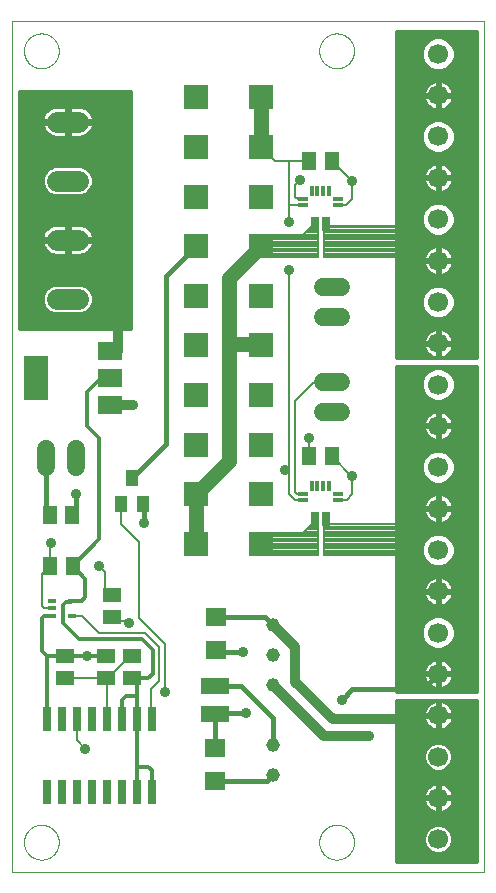
<source format=gtl>
G75*
%MOIN*%
%OFA0B0*%
%FSLAX25Y25*%
%IPPOS*%
%LPD*%
%AMOC8*
5,1,8,0,0,1.08239X$1,22.5*
%
%ADD10C,0.00000*%
%ADD11C,0.06000*%
%ADD12C,0.07050*%
%ADD13R,0.08268X0.08268*%
%ADD14R,0.03150X0.05000*%
%ADD15R,0.03346X0.01181*%
%ADD16R,0.01181X0.03346*%
%ADD17C,0.04559*%
%ADD18R,0.07087X0.06299*%
%ADD19R,0.09449X0.05512*%
%ADD20R,0.07900X0.05900*%
%ADD21R,0.07900X0.15000*%
%ADD22R,0.05118X0.05906*%
%ADD23R,0.05906X0.05118*%
%ADD24R,0.02756X0.01575*%
%ADD25R,0.02600X0.08000*%
%ADD26R,0.03937X0.05512*%
%ADD27C,0.06693*%
%ADD28C,0.03200*%
%ADD29C,0.03569*%
%ADD30C,0.01600*%
%ADD31C,0.00800*%
%ADD32C,0.01200*%
%ADD33C,0.05000*%
%ADD34C,0.01000*%
D10*
X0001800Y0004112D02*
X0001800Y0287576D01*
X0159280Y0287576D01*
X0159280Y0004112D01*
X0001800Y0004112D01*
X0005836Y0013954D02*
X0005838Y0014106D01*
X0005844Y0014258D01*
X0005854Y0014410D01*
X0005868Y0014561D01*
X0005886Y0014712D01*
X0005907Y0014862D01*
X0005933Y0015012D01*
X0005963Y0015161D01*
X0005996Y0015310D01*
X0006034Y0015457D01*
X0006075Y0015603D01*
X0006120Y0015748D01*
X0006169Y0015892D01*
X0006222Y0016035D01*
X0006278Y0016176D01*
X0006338Y0016316D01*
X0006402Y0016454D01*
X0006469Y0016590D01*
X0006540Y0016725D01*
X0006614Y0016857D01*
X0006692Y0016988D01*
X0006773Y0017117D01*
X0006857Y0017243D01*
X0006945Y0017367D01*
X0007036Y0017489D01*
X0007130Y0017608D01*
X0007227Y0017725D01*
X0007328Y0017840D01*
X0007431Y0017951D01*
X0007537Y0018060D01*
X0007646Y0018166D01*
X0007757Y0018269D01*
X0007872Y0018370D01*
X0007989Y0018467D01*
X0008108Y0018561D01*
X0008230Y0018652D01*
X0008354Y0018740D01*
X0008480Y0018824D01*
X0008609Y0018905D01*
X0008739Y0018983D01*
X0008872Y0019057D01*
X0009007Y0019128D01*
X0009143Y0019195D01*
X0009281Y0019259D01*
X0009421Y0019319D01*
X0009562Y0019375D01*
X0009705Y0019428D01*
X0009849Y0019477D01*
X0009994Y0019522D01*
X0010140Y0019563D01*
X0010287Y0019601D01*
X0010436Y0019634D01*
X0010585Y0019664D01*
X0010735Y0019690D01*
X0010885Y0019711D01*
X0011036Y0019729D01*
X0011187Y0019743D01*
X0011339Y0019753D01*
X0011491Y0019759D01*
X0011643Y0019761D01*
X0011795Y0019759D01*
X0011947Y0019753D01*
X0012099Y0019743D01*
X0012250Y0019729D01*
X0012401Y0019711D01*
X0012551Y0019690D01*
X0012701Y0019664D01*
X0012850Y0019634D01*
X0012999Y0019601D01*
X0013146Y0019563D01*
X0013292Y0019522D01*
X0013437Y0019477D01*
X0013581Y0019428D01*
X0013724Y0019375D01*
X0013865Y0019319D01*
X0014005Y0019259D01*
X0014143Y0019195D01*
X0014279Y0019128D01*
X0014414Y0019057D01*
X0014546Y0018983D01*
X0014677Y0018905D01*
X0014806Y0018824D01*
X0014932Y0018740D01*
X0015056Y0018652D01*
X0015178Y0018561D01*
X0015297Y0018467D01*
X0015414Y0018370D01*
X0015529Y0018269D01*
X0015640Y0018166D01*
X0015749Y0018060D01*
X0015855Y0017951D01*
X0015958Y0017840D01*
X0016059Y0017725D01*
X0016156Y0017608D01*
X0016250Y0017489D01*
X0016341Y0017367D01*
X0016429Y0017243D01*
X0016513Y0017117D01*
X0016594Y0016988D01*
X0016672Y0016858D01*
X0016746Y0016725D01*
X0016817Y0016590D01*
X0016884Y0016454D01*
X0016948Y0016316D01*
X0017008Y0016176D01*
X0017064Y0016035D01*
X0017117Y0015892D01*
X0017166Y0015748D01*
X0017211Y0015603D01*
X0017252Y0015457D01*
X0017290Y0015310D01*
X0017323Y0015161D01*
X0017353Y0015012D01*
X0017379Y0014862D01*
X0017400Y0014712D01*
X0017418Y0014561D01*
X0017432Y0014410D01*
X0017442Y0014258D01*
X0017448Y0014106D01*
X0017450Y0013954D01*
X0017448Y0013802D01*
X0017442Y0013650D01*
X0017432Y0013498D01*
X0017418Y0013347D01*
X0017400Y0013196D01*
X0017379Y0013046D01*
X0017353Y0012896D01*
X0017323Y0012747D01*
X0017290Y0012598D01*
X0017252Y0012451D01*
X0017211Y0012305D01*
X0017166Y0012160D01*
X0017117Y0012016D01*
X0017064Y0011873D01*
X0017008Y0011732D01*
X0016948Y0011592D01*
X0016884Y0011454D01*
X0016817Y0011318D01*
X0016746Y0011183D01*
X0016672Y0011051D01*
X0016594Y0010920D01*
X0016513Y0010791D01*
X0016429Y0010665D01*
X0016341Y0010541D01*
X0016250Y0010419D01*
X0016156Y0010300D01*
X0016059Y0010183D01*
X0015958Y0010068D01*
X0015855Y0009957D01*
X0015749Y0009848D01*
X0015640Y0009742D01*
X0015529Y0009639D01*
X0015414Y0009538D01*
X0015297Y0009441D01*
X0015178Y0009347D01*
X0015056Y0009256D01*
X0014932Y0009168D01*
X0014806Y0009084D01*
X0014677Y0009003D01*
X0014547Y0008925D01*
X0014414Y0008851D01*
X0014279Y0008780D01*
X0014143Y0008713D01*
X0014005Y0008649D01*
X0013865Y0008589D01*
X0013724Y0008533D01*
X0013581Y0008480D01*
X0013437Y0008431D01*
X0013292Y0008386D01*
X0013146Y0008345D01*
X0012999Y0008307D01*
X0012850Y0008274D01*
X0012701Y0008244D01*
X0012551Y0008218D01*
X0012401Y0008197D01*
X0012250Y0008179D01*
X0012099Y0008165D01*
X0011947Y0008155D01*
X0011795Y0008149D01*
X0011643Y0008147D01*
X0011491Y0008149D01*
X0011339Y0008155D01*
X0011187Y0008165D01*
X0011036Y0008179D01*
X0010885Y0008197D01*
X0010735Y0008218D01*
X0010585Y0008244D01*
X0010436Y0008274D01*
X0010287Y0008307D01*
X0010140Y0008345D01*
X0009994Y0008386D01*
X0009849Y0008431D01*
X0009705Y0008480D01*
X0009562Y0008533D01*
X0009421Y0008589D01*
X0009281Y0008649D01*
X0009143Y0008713D01*
X0009007Y0008780D01*
X0008872Y0008851D01*
X0008740Y0008925D01*
X0008609Y0009003D01*
X0008480Y0009084D01*
X0008354Y0009168D01*
X0008230Y0009256D01*
X0008108Y0009347D01*
X0007989Y0009441D01*
X0007872Y0009538D01*
X0007757Y0009639D01*
X0007646Y0009742D01*
X0007537Y0009848D01*
X0007431Y0009957D01*
X0007328Y0010068D01*
X0007227Y0010183D01*
X0007130Y0010300D01*
X0007036Y0010419D01*
X0006945Y0010541D01*
X0006857Y0010665D01*
X0006773Y0010791D01*
X0006692Y0010920D01*
X0006614Y0011050D01*
X0006540Y0011183D01*
X0006469Y0011318D01*
X0006402Y0011454D01*
X0006338Y0011592D01*
X0006278Y0011732D01*
X0006222Y0011873D01*
X0006169Y0012016D01*
X0006120Y0012160D01*
X0006075Y0012305D01*
X0006034Y0012451D01*
X0005996Y0012598D01*
X0005963Y0012747D01*
X0005933Y0012896D01*
X0005907Y0013046D01*
X0005886Y0013196D01*
X0005868Y0013347D01*
X0005854Y0013498D01*
X0005844Y0013650D01*
X0005838Y0013802D01*
X0005836Y0013954D01*
X0104261Y0013954D02*
X0104263Y0014106D01*
X0104269Y0014258D01*
X0104279Y0014410D01*
X0104293Y0014561D01*
X0104311Y0014712D01*
X0104332Y0014862D01*
X0104358Y0015012D01*
X0104388Y0015161D01*
X0104421Y0015310D01*
X0104459Y0015457D01*
X0104500Y0015603D01*
X0104545Y0015748D01*
X0104594Y0015892D01*
X0104647Y0016035D01*
X0104703Y0016176D01*
X0104763Y0016316D01*
X0104827Y0016454D01*
X0104894Y0016590D01*
X0104965Y0016725D01*
X0105039Y0016857D01*
X0105117Y0016988D01*
X0105198Y0017117D01*
X0105282Y0017243D01*
X0105370Y0017367D01*
X0105461Y0017489D01*
X0105555Y0017608D01*
X0105652Y0017725D01*
X0105753Y0017840D01*
X0105856Y0017951D01*
X0105962Y0018060D01*
X0106071Y0018166D01*
X0106182Y0018269D01*
X0106297Y0018370D01*
X0106414Y0018467D01*
X0106533Y0018561D01*
X0106655Y0018652D01*
X0106779Y0018740D01*
X0106905Y0018824D01*
X0107034Y0018905D01*
X0107164Y0018983D01*
X0107297Y0019057D01*
X0107432Y0019128D01*
X0107568Y0019195D01*
X0107706Y0019259D01*
X0107846Y0019319D01*
X0107987Y0019375D01*
X0108130Y0019428D01*
X0108274Y0019477D01*
X0108419Y0019522D01*
X0108565Y0019563D01*
X0108712Y0019601D01*
X0108861Y0019634D01*
X0109010Y0019664D01*
X0109160Y0019690D01*
X0109310Y0019711D01*
X0109461Y0019729D01*
X0109612Y0019743D01*
X0109764Y0019753D01*
X0109916Y0019759D01*
X0110068Y0019761D01*
X0110220Y0019759D01*
X0110372Y0019753D01*
X0110524Y0019743D01*
X0110675Y0019729D01*
X0110826Y0019711D01*
X0110976Y0019690D01*
X0111126Y0019664D01*
X0111275Y0019634D01*
X0111424Y0019601D01*
X0111571Y0019563D01*
X0111717Y0019522D01*
X0111862Y0019477D01*
X0112006Y0019428D01*
X0112149Y0019375D01*
X0112290Y0019319D01*
X0112430Y0019259D01*
X0112568Y0019195D01*
X0112704Y0019128D01*
X0112839Y0019057D01*
X0112971Y0018983D01*
X0113102Y0018905D01*
X0113231Y0018824D01*
X0113357Y0018740D01*
X0113481Y0018652D01*
X0113603Y0018561D01*
X0113722Y0018467D01*
X0113839Y0018370D01*
X0113954Y0018269D01*
X0114065Y0018166D01*
X0114174Y0018060D01*
X0114280Y0017951D01*
X0114383Y0017840D01*
X0114484Y0017725D01*
X0114581Y0017608D01*
X0114675Y0017489D01*
X0114766Y0017367D01*
X0114854Y0017243D01*
X0114938Y0017117D01*
X0115019Y0016988D01*
X0115097Y0016858D01*
X0115171Y0016725D01*
X0115242Y0016590D01*
X0115309Y0016454D01*
X0115373Y0016316D01*
X0115433Y0016176D01*
X0115489Y0016035D01*
X0115542Y0015892D01*
X0115591Y0015748D01*
X0115636Y0015603D01*
X0115677Y0015457D01*
X0115715Y0015310D01*
X0115748Y0015161D01*
X0115778Y0015012D01*
X0115804Y0014862D01*
X0115825Y0014712D01*
X0115843Y0014561D01*
X0115857Y0014410D01*
X0115867Y0014258D01*
X0115873Y0014106D01*
X0115875Y0013954D01*
X0115873Y0013802D01*
X0115867Y0013650D01*
X0115857Y0013498D01*
X0115843Y0013347D01*
X0115825Y0013196D01*
X0115804Y0013046D01*
X0115778Y0012896D01*
X0115748Y0012747D01*
X0115715Y0012598D01*
X0115677Y0012451D01*
X0115636Y0012305D01*
X0115591Y0012160D01*
X0115542Y0012016D01*
X0115489Y0011873D01*
X0115433Y0011732D01*
X0115373Y0011592D01*
X0115309Y0011454D01*
X0115242Y0011318D01*
X0115171Y0011183D01*
X0115097Y0011051D01*
X0115019Y0010920D01*
X0114938Y0010791D01*
X0114854Y0010665D01*
X0114766Y0010541D01*
X0114675Y0010419D01*
X0114581Y0010300D01*
X0114484Y0010183D01*
X0114383Y0010068D01*
X0114280Y0009957D01*
X0114174Y0009848D01*
X0114065Y0009742D01*
X0113954Y0009639D01*
X0113839Y0009538D01*
X0113722Y0009441D01*
X0113603Y0009347D01*
X0113481Y0009256D01*
X0113357Y0009168D01*
X0113231Y0009084D01*
X0113102Y0009003D01*
X0112972Y0008925D01*
X0112839Y0008851D01*
X0112704Y0008780D01*
X0112568Y0008713D01*
X0112430Y0008649D01*
X0112290Y0008589D01*
X0112149Y0008533D01*
X0112006Y0008480D01*
X0111862Y0008431D01*
X0111717Y0008386D01*
X0111571Y0008345D01*
X0111424Y0008307D01*
X0111275Y0008274D01*
X0111126Y0008244D01*
X0110976Y0008218D01*
X0110826Y0008197D01*
X0110675Y0008179D01*
X0110524Y0008165D01*
X0110372Y0008155D01*
X0110220Y0008149D01*
X0110068Y0008147D01*
X0109916Y0008149D01*
X0109764Y0008155D01*
X0109612Y0008165D01*
X0109461Y0008179D01*
X0109310Y0008197D01*
X0109160Y0008218D01*
X0109010Y0008244D01*
X0108861Y0008274D01*
X0108712Y0008307D01*
X0108565Y0008345D01*
X0108419Y0008386D01*
X0108274Y0008431D01*
X0108130Y0008480D01*
X0107987Y0008533D01*
X0107846Y0008589D01*
X0107706Y0008649D01*
X0107568Y0008713D01*
X0107432Y0008780D01*
X0107297Y0008851D01*
X0107165Y0008925D01*
X0107034Y0009003D01*
X0106905Y0009084D01*
X0106779Y0009168D01*
X0106655Y0009256D01*
X0106533Y0009347D01*
X0106414Y0009441D01*
X0106297Y0009538D01*
X0106182Y0009639D01*
X0106071Y0009742D01*
X0105962Y0009848D01*
X0105856Y0009957D01*
X0105753Y0010068D01*
X0105652Y0010183D01*
X0105555Y0010300D01*
X0105461Y0010419D01*
X0105370Y0010541D01*
X0105282Y0010665D01*
X0105198Y0010791D01*
X0105117Y0010920D01*
X0105039Y0011050D01*
X0104965Y0011183D01*
X0104894Y0011318D01*
X0104827Y0011454D01*
X0104763Y0011592D01*
X0104703Y0011732D01*
X0104647Y0011873D01*
X0104594Y0012016D01*
X0104545Y0012160D01*
X0104500Y0012305D01*
X0104459Y0012451D01*
X0104421Y0012598D01*
X0104388Y0012747D01*
X0104358Y0012896D01*
X0104332Y0013046D01*
X0104311Y0013196D01*
X0104293Y0013347D01*
X0104279Y0013498D01*
X0104269Y0013650D01*
X0104263Y0013802D01*
X0104261Y0013954D01*
X0104261Y0277734D02*
X0104263Y0277886D01*
X0104269Y0278038D01*
X0104279Y0278190D01*
X0104293Y0278341D01*
X0104311Y0278492D01*
X0104332Y0278642D01*
X0104358Y0278792D01*
X0104388Y0278941D01*
X0104421Y0279090D01*
X0104459Y0279237D01*
X0104500Y0279383D01*
X0104545Y0279528D01*
X0104594Y0279672D01*
X0104647Y0279815D01*
X0104703Y0279956D01*
X0104763Y0280096D01*
X0104827Y0280234D01*
X0104894Y0280370D01*
X0104965Y0280505D01*
X0105039Y0280637D01*
X0105117Y0280768D01*
X0105198Y0280897D01*
X0105282Y0281023D01*
X0105370Y0281147D01*
X0105461Y0281269D01*
X0105555Y0281388D01*
X0105652Y0281505D01*
X0105753Y0281620D01*
X0105856Y0281731D01*
X0105962Y0281840D01*
X0106071Y0281946D01*
X0106182Y0282049D01*
X0106297Y0282150D01*
X0106414Y0282247D01*
X0106533Y0282341D01*
X0106655Y0282432D01*
X0106779Y0282520D01*
X0106905Y0282604D01*
X0107034Y0282685D01*
X0107164Y0282763D01*
X0107297Y0282837D01*
X0107432Y0282908D01*
X0107568Y0282975D01*
X0107706Y0283039D01*
X0107846Y0283099D01*
X0107987Y0283155D01*
X0108130Y0283208D01*
X0108274Y0283257D01*
X0108419Y0283302D01*
X0108565Y0283343D01*
X0108712Y0283381D01*
X0108861Y0283414D01*
X0109010Y0283444D01*
X0109160Y0283470D01*
X0109310Y0283491D01*
X0109461Y0283509D01*
X0109612Y0283523D01*
X0109764Y0283533D01*
X0109916Y0283539D01*
X0110068Y0283541D01*
X0110220Y0283539D01*
X0110372Y0283533D01*
X0110524Y0283523D01*
X0110675Y0283509D01*
X0110826Y0283491D01*
X0110976Y0283470D01*
X0111126Y0283444D01*
X0111275Y0283414D01*
X0111424Y0283381D01*
X0111571Y0283343D01*
X0111717Y0283302D01*
X0111862Y0283257D01*
X0112006Y0283208D01*
X0112149Y0283155D01*
X0112290Y0283099D01*
X0112430Y0283039D01*
X0112568Y0282975D01*
X0112704Y0282908D01*
X0112839Y0282837D01*
X0112971Y0282763D01*
X0113102Y0282685D01*
X0113231Y0282604D01*
X0113357Y0282520D01*
X0113481Y0282432D01*
X0113603Y0282341D01*
X0113722Y0282247D01*
X0113839Y0282150D01*
X0113954Y0282049D01*
X0114065Y0281946D01*
X0114174Y0281840D01*
X0114280Y0281731D01*
X0114383Y0281620D01*
X0114484Y0281505D01*
X0114581Y0281388D01*
X0114675Y0281269D01*
X0114766Y0281147D01*
X0114854Y0281023D01*
X0114938Y0280897D01*
X0115019Y0280768D01*
X0115097Y0280638D01*
X0115171Y0280505D01*
X0115242Y0280370D01*
X0115309Y0280234D01*
X0115373Y0280096D01*
X0115433Y0279956D01*
X0115489Y0279815D01*
X0115542Y0279672D01*
X0115591Y0279528D01*
X0115636Y0279383D01*
X0115677Y0279237D01*
X0115715Y0279090D01*
X0115748Y0278941D01*
X0115778Y0278792D01*
X0115804Y0278642D01*
X0115825Y0278492D01*
X0115843Y0278341D01*
X0115857Y0278190D01*
X0115867Y0278038D01*
X0115873Y0277886D01*
X0115875Y0277734D01*
X0115873Y0277582D01*
X0115867Y0277430D01*
X0115857Y0277278D01*
X0115843Y0277127D01*
X0115825Y0276976D01*
X0115804Y0276826D01*
X0115778Y0276676D01*
X0115748Y0276527D01*
X0115715Y0276378D01*
X0115677Y0276231D01*
X0115636Y0276085D01*
X0115591Y0275940D01*
X0115542Y0275796D01*
X0115489Y0275653D01*
X0115433Y0275512D01*
X0115373Y0275372D01*
X0115309Y0275234D01*
X0115242Y0275098D01*
X0115171Y0274963D01*
X0115097Y0274831D01*
X0115019Y0274700D01*
X0114938Y0274571D01*
X0114854Y0274445D01*
X0114766Y0274321D01*
X0114675Y0274199D01*
X0114581Y0274080D01*
X0114484Y0273963D01*
X0114383Y0273848D01*
X0114280Y0273737D01*
X0114174Y0273628D01*
X0114065Y0273522D01*
X0113954Y0273419D01*
X0113839Y0273318D01*
X0113722Y0273221D01*
X0113603Y0273127D01*
X0113481Y0273036D01*
X0113357Y0272948D01*
X0113231Y0272864D01*
X0113102Y0272783D01*
X0112972Y0272705D01*
X0112839Y0272631D01*
X0112704Y0272560D01*
X0112568Y0272493D01*
X0112430Y0272429D01*
X0112290Y0272369D01*
X0112149Y0272313D01*
X0112006Y0272260D01*
X0111862Y0272211D01*
X0111717Y0272166D01*
X0111571Y0272125D01*
X0111424Y0272087D01*
X0111275Y0272054D01*
X0111126Y0272024D01*
X0110976Y0271998D01*
X0110826Y0271977D01*
X0110675Y0271959D01*
X0110524Y0271945D01*
X0110372Y0271935D01*
X0110220Y0271929D01*
X0110068Y0271927D01*
X0109916Y0271929D01*
X0109764Y0271935D01*
X0109612Y0271945D01*
X0109461Y0271959D01*
X0109310Y0271977D01*
X0109160Y0271998D01*
X0109010Y0272024D01*
X0108861Y0272054D01*
X0108712Y0272087D01*
X0108565Y0272125D01*
X0108419Y0272166D01*
X0108274Y0272211D01*
X0108130Y0272260D01*
X0107987Y0272313D01*
X0107846Y0272369D01*
X0107706Y0272429D01*
X0107568Y0272493D01*
X0107432Y0272560D01*
X0107297Y0272631D01*
X0107165Y0272705D01*
X0107034Y0272783D01*
X0106905Y0272864D01*
X0106779Y0272948D01*
X0106655Y0273036D01*
X0106533Y0273127D01*
X0106414Y0273221D01*
X0106297Y0273318D01*
X0106182Y0273419D01*
X0106071Y0273522D01*
X0105962Y0273628D01*
X0105856Y0273737D01*
X0105753Y0273848D01*
X0105652Y0273963D01*
X0105555Y0274080D01*
X0105461Y0274199D01*
X0105370Y0274321D01*
X0105282Y0274445D01*
X0105198Y0274571D01*
X0105117Y0274700D01*
X0105039Y0274830D01*
X0104965Y0274963D01*
X0104894Y0275098D01*
X0104827Y0275234D01*
X0104763Y0275372D01*
X0104703Y0275512D01*
X0104647Y0275653D01*
X0104594Y0275796D01*
X0104545Y0275940D01*
X0104500Y0276085D01*
X0104459Y0276231D01*
X0104421Y0276378D01*
X0104388Y0276527D01*
X0104358Y0276676D01*
X0104332Y0276826D01*
X0104311Y0276976D01*
X0104293Y0277127D01*
X0104279Y0277278D01*
X0104269Y0277430D01*
X0104263Y0277582D01*
X0104261Y0277734D01*
X0005836Y0277734D02*
X0005838Y0277886D01*
X0005844Y0278038D01*
X0005854Y0278190D01*
X0005868Y0278341D01*
X0005886Y0278492D01*
X0005907Y0278642D01*
X0005933Y0278792D01*
X0005963Y0278941D01*
X0005996Y0279090D01*
X0006034Y0279237D01*
X0006075Y0279383D01*
X0006120Y0279528D01*
X0006169Y0279672D01*
X0006222Y0279815D01*
X0006278Y0279956D01*
X0006338Y0280096D01*
X0006402Y0280234D01*
X0006469Y0280370D01*
X0006540Y0280505D01*
X0006614Y0280637D01*
X0006692Y0280768D01*
X0006773Y0280897D01*
X0006857Y0281023D01*
X0006945Y0281147D01*
X0007036Y0281269D01*
X0007130Y0281388D01*
X0007227Y0281505D01*
X0007328Y0281620D01*
X0007431Y0281731D01*
X0007537Y0281840D01*
X0007646Y0281946D01*
X0007757Y0282049D01*
X0007872Y0282150D01*
X0007989Y0282247D01*
X0008108Y0282341D01*
X0008230Y0282432D01*
X0008354Y0282520D01*
X0008480Y0282604D01*
X0008609Y0282685D01*
X0008739Y0282763D01*
X0008872Y0282837D01*
X0009007Y0282908D01*
X0009143Y0282975D01*
X0009281Y0283039D01*
X0009421Y0283099D01*
X0009562Y0283155D01*
X0009705Y0283208D01*
X0009849Y0283257D01*
X0009994Y0283302D01*
X0010140Y0283343D01*
X0010287Y0283381D01*
X0010436Y0283414D01*
X0010585Y0283444D01*
X0010735Y0283470D01*
X0010885Y0283491D01*
X0011036Y0283509D01*
X0011187Y0283523D01*
X0011339Y0283533D01*
X0011491Y0283539D01*
X0011643Y0283541D01*
X0011795Y0283539D01*
X0011947Y0283533D01*
X0012099Y0283523D01*
X0012250Y0283509D01*
X0012401Y0283491D01*
X0012551Y0283470D01*
X0012701Y0283444D01*
X0012850Y0283414D01*
X0012999Y0283381D01*
X0013146Y0283343D01*
X0013292Y0283302D01*
X0013437Y0283257D01*
X0013581Y0283208D01*
X0013724Y0283155D01*
X0013865Y0283099D01*
X0014005Y0283039D01*
X0014143Y0282975D01*
X0014279Y0282908D01*
X0014414Y0282837D01*
X0014546Y0282763D01*
X0014677Y0282685D01*
X0014806Y0282604D01*
X0014932Y0282520D01*
X0015056Y0282432D01*
X0015178Y0282341D01*
X0015297Y0282247D01*
X0015414Y0282150D01*
X0015529Y0282049D01*
X0015640Y0281946D01*
X0015749Y0281840D01*
X0015855Y0281731D01*
X0015958Y0281620D01*
X0016059Y0281505D01*
X0016156Y0281388D01*
X0016250Y0281269D01*
X0016341Y0281147D01*
X0016429Y0281023D01*
X0016513Y0280897D01*
X0016594Y0280768D01*
X0016672Y0280638D01*
X0016746Y0280505D01*
X0016817Y0280370D01*
X0016884Y0280234D01*
X0016948Y0280096D01*
X0017008Y0279956D01*
X0017064Y0279815D01*
X0017117Y0279672D01*
X0017166Y0279528D01*
X0017211Y0279383D01*
X0017252Y0279237D01*
X0017290Y0279090D01*
X0017323Y0278941D01*
X0017353Y0278792D01*
X0017379Y0278642D01*
X0017400Y0278492D01*
X0017418Y0278341D01*
X0017432Y0278190D01*
X0017442Y0278038D01*
X0017448Y0277886D01*
X0017450Y0277734D01*
X0017448Y0277582D01*
X0017442Y0277430D01*
X0017432Y0277278D01*
X0017418Y0277127D01*
X0017400Y0276976D01*
X0017379Y0276826D01*
X0017353Y0276676D01*
X0017323Y0276527D01*
X0017290Y0276378D01*
X0017252Y0276231D01*
X0017211Y0276085D01*
X0017166Y0275940D01*
X0017117Y0275796D01*
X0017064Y0275653D01*
X0017008Y0275512D01*
X0016948Y0275372D01*
X0016884Y0275234D01*
X0016817Y0275098D01*
X0016746Y0274963D01*
X0016672Y0274831D01*
X0016594Y0274700D01*
X0016513Y0274571D01*
X0016429Y0274445D01*
X0016341Y0274321D01*
X0016250Y0274199D01*
X0016156Y0274080D01*
X0016059Y0273963D01*
X0015958Y0273848D01*
X0015855Y0273737D01*
X0015749Y0273628D01*
X0015640Y0273522D01*
X0015529Y0273419D01*
X0015414Y0273318D01*
X0015297Y0273221D01*
X0015178Y0273127D01*
X0015056Y0273036D01*
X0014932Y0272948D01*
X0014806Y0272864D01*
X0014677Y0272783D01*
X0014547Y0272705D01*
X0014414Y0272631D01*
X0014279Y0272560D01*
X0014143Y0272493D01*
X0014005Y0272429D01*
X0013865Y0272369D01*
X0013724Y0272313D01*
X0013581Y0272260D01*
X0013437Y0272211D01*
X0013292Y0272166D01*
X0013146Y0272125D01*
X0012999Y0272087D01*
X0012850Y0272054D01*
X0012701Y0272024D01*
X0012551Y0271998D01*
X0012401Y0271977D01*
X0012250Y0271959D01*
X0012099Y0271945D01*
X0011947Y0271935D01*
X0011795Y0271929D01*
X0011643Y0271927D01*
X0011491Y0271929D01*
X0011339Y0271935D01*
X0011187Y0271945D01*
X0011036Y0271959D01*
X0010885Y0271977D01*
X0010735Y0271998D01*
X0010585Y0272024D01*
X0010436Y0272054D01*
X0010287Y0272087D01*
X0010140Y0272125D01*
X0009994Y0272166D01*
X0009849Y0272211D01*
X0009705Y0272260D01*
X0009562Y0272313D01*
X0009421Y0272369D01*
X0009281Y0272429D01*
X0009143Y0272493D01*
X0009007Y0272560D01*
X0008872Y0272631D01*
X0008740Y0272705D01*
X0008609Y0272783D01*
X0008480Y0272864D01*
X0008354Y0272948D01*
X0008230Y0273036D01*
X0008108Y0273127D01*
X0007989Y0273221D01*
X0007872Y0273318D01*
X0007757Y0273419D01*
X0007646Y0273522D01*
X0007537Y0273628D01*
X0007431Y0273737D01*
X0007328Y0273848D01*
X0007227Y0273963D01*
X0007130Y0274080D01*
X0007036Y0274199D01*
X0006945Y0274321D01*
X0006857Y0274445D01*
X0006773Y0274571D01*
X0006692Y0274700D01*
X0006614Y0274830D01*
X0006540Y0274963D01*
X0006469Y0275098D01*
X0006402Y0275234D01*
X0006338Y0275372D01*
X0006278Y0275512D01*
X0006222Y0275653D01*
X0006169Y0275796D01*
X0006120Y0275940D01*
X0006075Y0276085D01*
X0006034Y0276231D01*
X0005996Y0276378D01*
X0005963Y0276527D01*
X0005933Y0276676D01*
X0005907Y0276826D01*
X0005886Y0276976D01*
X0005868Y0277127D01*
X0005854Y0277278D01*
X0005844Y0277430D01*
X0005838Y0277582D01*
X0005836Y0277734D01*
D11*
X0013257Y0144966D02*
X0013257Y0138966D01*
X0023257Y0138966D02*
X0023257Y0144966D01*
X0105599Y0157403D02*
X0111599Y0157403D01*
X0111599Y0167403D02*
X0105599Y0167403D01*
X0105599Y0188899D02*
X0111599Y0188899D01*
X0111599Y0198899D02*
X0105599Y0198899D01*
D12*
X0023947Y0195056D02*
X0016897Y0195056D01*
X0016897Y0214741D02*
X0023947Y0214741D01*
X0023947Y0234427D02*
X0016897Y0234427D01*
X0016897Y0254112D02*
X0023947Y0254112D01*
D13*
X0063347Y0262206D03*
X0063347Y0245671D03*
X0063347Y0229135D03*
X0063347Y0212600D03*
X0063347Y0196064D03*
X0063347Y0179529D03*
X0063347Y0162993D03*
X0063347Y0146458D03*
X0063347Y0129923D03*
X0063347Y0113387D03*
X0085001Y0113387D03*
X0085001Y0129923D03*
X0085001Y0146458D03*
X0085001Y0162993D03*
X0085001Y0179529D03*
X0085001Y0196064D03*
X0085001Y0212600D03*
X0085001Y0229135D03*
X0085001Y0245671D03*
X0085001Y0262206D03*
D14*
X0102694Y0220080D03*
X0106631Y0220080D03*
X0106631Y0121655D03*
X0102694Y0121655D03*
D15*
X0098954Y0127954D03*
X0098954Y0129923D03*
X0110371Y0129923D03*
X0110371Y0127954D03*
X0110371Y0226379D03*
X0110371Y0228348D03*
X0098954Y0228348D03*
X0098954Y0226379D03*
D16*
X0101709Y0231104D03*
X0103678Y0231104D03*
X0105646Y0231104D03*
X0107615Y0231104D03*
X0107615Y0132678D03*
X0105646Y0132678D03*
X0103678Y0132678D03*
X0101709Y0132678D03*
D17*
X0088989Y0086316D03*
X0088989Y0076316D03*
X0088989Y0066316D03*
X0088989Y0046316D03*
X0088989Y0036316D03*
D18*
X0069438Y0034261D03*
X0069438Y0045285D03*
X0069713Y0077934D03*
X0069713Y0088958D03*
D19*
X0069398Y0066096D03*
X0069398Y0056647D03*
D20*
X0034672Y0159778D03*
X0034672Y0168778D03*
X0034672Y0177778D03*
D21*
X0009872Y0168678D03*
D22*
X0014391Y0123112D03*
X0021871Y0123112D03*
X0022040Y0106112D03*
X0014560Y0106112D03*
X0100922Y0142718D03*
X0108402Y0142718D03*
X0108402Y0241143D03*
X0100922Y0241143D03*
D23*
X0035300Y0096352D03*
X0035300Y0088871D03*
X0033127Y0076072D03*
X0033127Y0068592D03*
X0041973Y0068651D03*
X0041973Y0076131D03*
X0019627Y0076072D03*
X0019627Y0068592D03*
D24*
X0021973Y0089336D03*
X0021973Y0094454D03*
X0015280Y0094454D03*
X0015280Y0091895D03*
X0015280Y0089336D03*
D25*
X0013394Y0054948D03*
X0018394Y0054948D03*
X0023394Y0054948D03*
X0028394Y0054948D03*
X0033394Y0054948D03*
X0038394Y0054948D03*
X0043394Y0054948D03*
X0048394Y0054948D03*
X0048394Y0030748D03*
X0043394Y0030748D03*
X0038394Y0030748D03*
X0033394Y0030748D03*
X0028394Y0030748D03*
X0023394Y0030748D03*
X0018394Y0030748D03*
X0013394Y0030748D03*
D26*
X0038087Y0126655D03*
X0041828Y0135316D03*
X0045568Y0126655D03*
D27*
X0143926Y0125175D03*
X0143926Y0138954D03*
X0143926Y0152734D03*
X0143926Y0166513D03*
X0143926Y0180293D03*
X0143926Y0194072D03*
X0143926Y0207852D03*
X0143926Y0221631D03*
X0143926Y0235411D03*
X0143926Y0249190D03*
X0143926Y0262970D03*
X0143926Y0276749D03*
X0143926Y0111395D03*
X0143926Y0097615D03*
X0143926Y0083836D03*
X0143926Y0070056D03*
X0143926Y0056277D03*
X0143926Y0042497D03*
X0143926Y0028718D03*
X0143926Y0014938D03*
D28*
X0132800Y0054864D02*
X0108800Y0054864D01*
X0096300Y0067364D01*
X0096300Y0079005D01*
X0088989Y0086316D01*
X0088989Y0066316D02*
X0105942Y0049364D01*
X0120800Y0049364D01*
X0042300Y0159615D02*
X0035800Y0159615D01*
X0035800Y0159778D01*
X0034672Y0159778D01*
X0034672Y0177778D02*
X0037233Y0177778D01*
X0037233Y0189151D01*
D29*
X0042300Y0159615D03*
X0023300Y0129989D03*
X0014800Y0113612D03*
X0030800Y0106112D03*
X0040800Y0087112D03*
X0052800Y0064112D03*
X0026800Y0076112D03*
X0026300Y0045112D03*
X0045800Y0120489D03*
X0078800Y0077364D03*
X0079800Y0056864D03*
X0111800Y0061364D03*
X0120800Y0049364D03*
X0115300Y0135864D03*
X0100800Y0148612D03*
X0092800Y0138112D03*
X0094300Y0204612D03*
X0094300Y0220612D03*
X0097800Y0234612D03*
X0115300Y0234364D03*
D30*
X0063347Y0212600D02*
X0053300Y0202552D01*
X0053300Y0146789D01*
X0041828Y0135316D01*
X0045568Y0126655D02*
X0045800Y0126423D01*
X0045800Y0120489D01*
X0023300Y0124541D02*
X0023300Y0129989D01*
X0023300Y0124541D02*
X0021871Y0123112D01*
X0014391Y0123112D02*
X0013257Y0124245D01*
X0013257Y0141966D01*
X0004600Y0185214D02*
X0004600Y0263954D01*
X0041170Y0263954D01*
X0041170Y0185214D01*
X0004600Y0185214D01*
X0004600Y0186342D02*
X0041170Y0186342D01*
X0041170Y0187940D02*
X0004600Y0187940D01*
X0004600Y0189539D02*
X0041170Y0189539D01*
X0041170Y0191137D02*
X0027276Y0191137D01*
X0026850Y0190712D02*
X0024966Y0189931D01*
X0015878Y0189931D01*
X0013994Y0190712D01*
X0012552Y0192153D01*
X0011772Y0194037D01*
X0011772Y0196076D01*
X0012552Y0197959D01*
X0013994Y0199401D01*
X0015878Y0200181D01*
X0024966Y0200181D01*
X0026850Y0199401D01*
X0028292Y0197959D01*
X0029072Y0196076D01*
X0029072Y0194037D01*
X0028292Y0192153D01*
X0026850Y0190712D01*
X0028533Y0192736D02*
X0041170Y0192736D01*
X0041170Y0194334D02*
X0029072Y0194334D01*
X0029072Y0195933D02*
X0041170Y0195933D01*
X0041170Y0197531D02*
X0028469Y0197531D01*
X0027121Y0199130D02*
X0041170Y0199130D01*
X0041170Y0200728D02*
X0004600Y0200728D01*
X0004600Y0199130D02*
X0013723Y0199130D01*
X0012375Y0197531D02*
X0004600Y0197531D01*
X0004600Y0195933D02*
X0011772Y0195933D01*
X0011772Y0194334D02*
X0004600Y0194334D01*
X0004600Y0192736D02*
X0012311Y0192736D01*
X0013568Y0191137D02*
X0004600Y0191137D01*
X0004600Y0202327D02*
X0041170Y0202327D01*
X0041170Y0203925D02*
X0004600Y0203925D01*
X0004600Y0205524D02*
X0041170Y0205524D01*
X0041170Y0207122D02*
X0004600Y0207122D01*
X0004600Y0208721D02*
X0041170Y0208721D01*
X0041170Y0210320D02*
X0026920Y0210320D01*
X0026738Y0210187D02*
X0027416Y0210680D01*
X0028009Y0211272D01*
X0028501Y0211951D01*
X0028882Y0212697D01*
X0029141Y0213495D01*
X0029272Y0214322D01*
X0029272Y0214366D01*
X0020797Y0214366D01*
X0020797Y0209416D01*
X0024366Y0209416D01*
X0025194Y0209548D01*
X0025991Y0209807D01*
X0026738Y0210187D01*
X0028478Y0211918D02*
X0041170Y0211918D01*
X0041170Y0213517D02*
X0029144Y0213517D01*
X0029272Y0215116D02*
X0029272Y0215161D01*
X0029141Y0215988D01*
X0028882Y0216786D01*
X0028501Y0217532D01*
X0028009Y0218210D01*
X0027416Y0218803D01*
X0026738Y0219296D01*
X0025991Y0219676D01*
X0025194Y0219935D01*
X0024366Y0220066D01*
X0020797Y0220066D01*
X0020797Y0215117D01*
X0020047Y0215117D01*
X0020047Y0220066D01*
X0016478Y0220066D01*
X0015650Y0219935D01*
X0014853Y0219676D01*
X0014106Y0219296D01*
X0013428Y0218803D01*
X0012835Y0218210D01*
X0012343Y0217532D01*
X0011962Y0216786D01*
X0011703Y0215988D01*
X0011572Y0215161D01*
X0011572Y0215116D01*
X0020047Y0215116D01*
X0020047Y0214366D01*
X0020797Y0214366D01*
X0020797Y0215116D01*
X0029272Y0215116D01*
X0028905Y0216714D02*
X0041170Y0216714D01*
X0041170Y0218312D02*
X0027907Y0218312D01*
X0025270Y0219911D02*
X0041170Y0219911D01*
X0041170Y0221509D02*
X0004600Y0221509D01*
X0004600Y0219911D02*
X0015574Y0219911D01*
X0012937Y0218312D02*
X0004600Y0218312D01*
X0004600Y0216714D02*
X0011939Y0216714D01*
X0011572Y0214366D02*
X0011572Y0214322D01*
X0011703Y0213495D01*
X0011962Y0212697D01*
X0012343Y0211951D01*
X0012835Y0211272D01*
X0013428Y0210680D01*
X0014106Y0210187D01*
X0014853Y0209807D01*
X0015650Y0209548D01*
X0016478Y0209416D01*
X0020047Y0209416D01*
X0020047Y0214366D01*
X0011572Y0214366D01*
X0011700Y0213517D02*
X0004600Y0213517D01*
X0004600Y0215115D02*
X0020047Y0215115D01*
X0020797Y0215115D02*
X0041170Y0215115D01*
X0041170Y0223108D02*
X0004600Y0223108D01*
X0004600Y0224706D02*
X0041170Y0224706D01*
X0041170Y0226305D02*
X0004600Y0226305D01*
X0004600Y0227903D02*
X0041170Y0227903D01*
X0041170Y0229502D02*
X0025450Y0229502D01*
X0024966Y0229302D02*
X0026850Y0230082D01*
X0028292Y0231523D01*
X0029072Y0233407D01*
X0029072Y0235446D01*
X0028292Y0237330D01*
X0026850Y0238771D01*
X0024966Y0239551D01*
X0015878Y0239551D01*
X0013994Y0238771D01*
X0012552Y0237330D01*
X0011772Y0235446D01*
X0011772Y0233407D01*
X0012552Y0231523D01*
X0013994Y0230082D01*
X0015878Y0229302D01*
X0024966Y0229302D01*
X0027869Y0231100D02*
X0041170Y0231100D01*
X0041170Y0232699D02*
X0028779Y0232699D01*
X0029072Y0234297D02*
X0041170Y0234297D01*
X0041170Y0235896D02*
X0028886Y0235896D01*
X0028127Y0237494D02*
X0041170Y0237494D01*
X0041170Y0239093D02*
X0026074Y0239093D01*
X0024366Y0248787D02*
X0020797Y0248787D01*
X0020797Y0253736D01*
X0020047Y0253736D01*
X0020047Y0248787D01*
X0016478Y0248787D01*
X0015650Y0248918D01*
X0014853Y0249177D01*
X0014106Y0249557D01*
X0013428Y0250050D01*
X0012835Y0250643D01*
X0012343Y0251321D01*
X0011962Y0252067D01*
X0011703Y0252865D01*
X0011572Y0253692D01*
X0011572Y0253737D01*
X0020047Y0253737D01*
X0020047Y0254487D01*
X0020047Y0259437D01*
X0016478Y0259437D01*
X0015650Y0259305D01*
X0014853Y0259046D01*
X0014106Y0258666D01*
X0013428Y0258173D01*
X0012835Y0257581D01*
X0012343Y0256902D01*
X0011962Y0256156D01*
X0011703Y0255358D01*
X0011572Y0254531D01*
X0011572Y0254487D01*
X0020047Y0254487D01*
X0020797Y0254487D01*
X0020797Y0259437D01*
X0024366Y0259437D01*
X0025194Y0259305D01*
X0025991Y0259046D01*
X0026738Y0258666D01*
X0027416Y0258173D01*
X0028009Y0257581D01*
X0028501Y0256902D01*
X0028882Y0256156D01*
X0029141Y0255358D01*
X0029272Y0254531D01*
X0029272Y0254487D01*
X0020797Y0254487D01*
X0020797Y0253737D01*
X0029272Y0253737D01*
X0029272Y0253692D01*
X0029141Y0252865D01*
X0028882Y0252067D01*
X0028501Y0251321D01*
X0028009Y0250643D01*
X0027416Y0250050D01*
X0026738Y0249557D01*
X0025991Y0249177D01*
X0025194Y0248918D01*
X0024366Y0248787D01*
X0027648Y0250282D02*
X0041170Y0250282D01*
X0041170Y0248684D02*
X0004600Y0248684D01*
X0004600Y0250282D02*
X0013196Y0250282D01*
X0012057Y0251881D02*
X0004600Y0251881D01*
X0004600Y0253479D02*
X0011606Y0253479D01*
X0011659Y0255078D02*
X0004600Y0255078D01*
X0004600Y0256676D02*
X0012227Y0256676D01*
X0013568Y0258275D02*
X0004600Y0258275D01*
X0004600Y0259873D02*
X0041170Y0259873D01*
X0041170Y0258275D02*
X0027276Y0258275D01*
X0028617Y0256676D02*
X0041170Y0256676D01*
X0041170Y0255078D02*
X0029185Y0255078D01*
X0029238Y0253479D02*
X0041170Y0253479D01*
X0041170Y0251881D02*
X0028787Y0251881D01*
X0020797Y0251881D02*
X0020047Y0251881D01*
X0020047Y0253479D02*
X0020797Y0253479D01*
X0020797Y0255078D02*
X0020047Y0255078D01*
X0020047Y0256676D02*
X0020797Y0256676D01*
X0020797Y0258275D02*
X0020047Y0258275D01*
X0020047Y0250282D02*
X0020797Y0250282D01*
X0014770Y0239093D02*
X0004600Y0239093D01*
X0004600Y0240691D02*
X0041170Y0240691D01*
X0041170Y0242290D02*
X0004600Y0242290D01*
X0004600Y0243888D02*
X0041170Y0243888D01*
X0041170Y0245487D02*
X0004600Y0245487D01*
X0004600Y0247085D02*
X0041170Y0247085D01*
X0041170Y0261472D02*
X0004600Y0261472D01*
X0004600Y0263070D02*
X0041170Y0263070D01*
X0020797Y0219911D02*
X0020047Y0219911D01*
X0020047Y0218312D02*
X0020797Y0218312D01*
X0020797Y0216714D02*
X0020047Y0216714D01*
X0020047Y0213517D02*
X0020797Y0213517D01*
X0020797Y0211918D02*
X0020047Y0211918D01*
X0020047Y0210320D02*
X0020797Y0210320D01*
X0013924Y0210320D02*
X0004600Y0210320D01*
X0004600Y0211918D02*
X0012366Y0211918D01*
X0015394Y0229502D02*
X0004600Y0229502D01*
X0004600Y0231100D02*
X0012976Y0231100D01*
X0012065Y0232699D02*
X0004600Y0232699D01*
X0004600Y0234297D02*
X0011772Y0234297D01*
X0011958Y0235896D02*
X0004600Y0235896D01*
X0004600Y0237494D02*
X0012717Y0237494D01*
X0069713Y0088958D02*
X0086347Y0088958D01*
X0088989Y0086316D01*
X0078800Y0077364D02*
X0070800Y0077364D01*
X0070229Y0077934D01*
X0069713Y0077934D01*
X0069398Y0066096D02*
X0078068Y0066096D01*
X0088800Y0055364D01*
X0088800Y0046505D01*
X0088989Y0046316D01*
X0088989Y0036316D02*
X0086934Y0034261D01*
X0069438Y0034261D01*
X0069438Y0045285D02*
X0069398Y0045324D01*
X0069398Y0056647D01*
X0070800Y0056864D01*
X0079800Y0056864D01*
X0111800Y0061364D02*
X0115300Y0064864D01*
X0138733Y0064864D01*
X0143926Y0070056D01*
D31*
X0130800Y0109651D02*
X0105800Y0109651D01*
X0105800Y0120151D01*
X0130800Y0120151D01*
X0130800Y0109651D01*
X0130800Y0110314D02*
X0105800Y0110314D01*
X0105800Y0111112D02*
X0130800Y0111112D01*
X0130800Y0111911D02*
X0105800Y0111911D01*
X0105800Y0112709D02*
X0130800Y0112709D01*
X0130800Y0113508D02*
X0105800Y0113508D01*
X0105800Y0114306D02*
X0130800Y0114306D01*
X0130800Y0115105D02*
X0105800Y0115105D01*
X0105800Y0115903D02*
X0130800Y0115903D01*
X0130800Y0116702D02*
X0105800Y0116702D01*
X0105800Y0117500D02*
X0130800Y0117500D01*
X0130800Y0118299D02*
X0105800Y0118299D01*
X0105800Y0119097D02*
X0130800Y0119097D01*
X0130800Y0119896D02*
X0105800Y0119896D01*
X0103800Y0119896D02*
X0101545Y0119896D01*
X0101800Y0120151D02*
X0098800Y0117151D01*
X0088300Y0117151D01*
X0088300Y0109651D01*
X0103800Y0109651D01*
X0103800Y0120151D01*
X0101800Y0120151D01*
X0100746Y0119097D02*
X0103800Y0119097D01*
X0103800Y0118299D02*
X0099948Y0118299D01*
X0099149Y0117500D02*
X0103800Y0117500D01*
X0103800Y0116702D02*
X0088300Y0116702D01*
X0088300Y0115903D02*
X0103800Y0115903D01*
X0103800Y0115105D02*
X0088300Y0115105D01*
X0088300Y0114306D02*
X0103800Y0114306D01*
X0103800Y0113508D02*
X0088300Y0113508D01*
X0088300Y0112709D02*
X0103800Y0112709D01*
X0103800Y0111911D02*
X0088300Y0111911D01*
X0088300Y0111112D02*
X0103800Y0111112D01*
X0103800Y0110314D02*
X0088300Y0110314D01*
X0096209Y0127954D02*
X0094300Y0129864D01*
X0094300Y0138112D01*
X0092800Y0138112D01*
X0094300Y0138112D02*
X0094300Y0204612D01*
X0088300Y0208864D02*
X0088300Y0216364D01*
X0098800Y0216364D01*
X0101800Y0219364D01*
X0103800Y0219364D01*
X0103800Y0208864D01*
X0088300Y0208864D01*
X0088300Y0209329D02*
X0103800Y0209329D01*
X0103800Y0210127D02*
X0088300Y0210127D01*
X0088300Y0210926D02*
X0103800Y0210926D01*
X0103800Y0211724D02*
X0088300Y0211724D01*
X0088300Y0212523D02*
X0103800Y0212523D01*
X0103800Y0213322D02*
X0088300Y0213322D01*
X0088300Y0214120D02*
X0103800Y0214120D01*
X0103800Y0214919D02*
X0088300Y0214919D01*
X0088300Y0215717D02*
X0103800Y0215717D01*
X0103800Y0216516D02*
X0098952Y0216516D01*
X0099751Y0217314D02*
X0103800Y0217314D01*
X0103800Y0218113D02*
X0100549Y0218113D01*
X0101348Y0218911D02*
X0103800Y0218911D01*
X0105800Y0218911D02*
X0130800Y0218911D01*
X0130800Y0219364D02*
X0105800Y0219364D01*
X0105800Y0208864D01*
X0130800Y0208864D01*
X0130800Y0219364D01*
X0130800Y0218113D02*
X0105800Y0218113D01*
X0105800Y0217314D02*
X0130800Y0217314D01*
X0130800Y0216516D02*
X0105800Y0216516D01*
X0105800Y0215717D02*
X0130800Y0215717D01*
X0130800Y0214919D02*
X0105800Y0214919D01*
X0105800Y0214120D02*
X0130800Y0214120D01*
X0130800Y0213322D02*
X0105800Y0213322D01*
X0105800Y0212523D02*
X0130800Y0212523D01*
X0130800Y0211724D02*
X0105800Y0211724D01*
X0105800Y0210926D02*
X0130800Y0210926D01*
X0130800Y0210127D02*
X0105800Y0210127D01*
X0105800Y0209329D02*
X0130800Y0209329D01*
X0113316Y0226379D02*
X0115300Y0228364D01*
X0115300Y0234245D01*
X0115300Y0234364D01*
X0115300Y0234245D02*
X0108402Y0241143D01*
X0100922Y0241143D02*
X0094300Y0241143D01*
X0089528Y0241143D01*
X0085001Y0245671D01*
X0085001Y0243820D01*
X0094300Y0241143D02*
X0094300Y0226112D01*
X0094568Y0226379D01*
X0098954Y0226379D01*
X0098954Y0228348D02*
X0097064Y0228348D01*
X0096300Y0229112D01*
X0096300Y0233112D01*
X0097800Y0234612D01*
X0094300Y0226112D02*
X0094300Y0220612D01*
X0110371Y0226379D02*
X0113316Y0226379D01*
X0108599Y0167403D02*
X0102591Y0167403D01*
X0096300Y0161112D01*
X0096300Y0130612D01*
X0096989Y0129923D01*
X0098954Y0129923D01*
X0098954Y0127954D02*
X0096209Y0127954D01*
X0100816Y0142612D02*
X0100816Y0148596D01*
X0100800Y0148612D01*
X0100922Y0142718D02*
X0100816Y0142612D01*
X0108402Y0142718D02*
X0115300Y0135820D01*
X0115300Y0135864D01*
X0115300Y0135820D02*
X0115300Y0129864D01*
X0113391Y0127954D01*
X0110371Y0127954D01*
X0052800Y0080112D02*
X0052800Y0064112D01*
X0050800Y0067612D02*
X0048300Y0065112D01*
X0048300Y0055042D01*
X0048394Y0054948D01*
X0050800Y0067612D02*
X0050800Y0079112D01*
X0046300Y0083612D01*
X0030800Y0083612D01*
X0025076Y0089336D01*
X0021973Y0089336D01*
X0021631Y0094112D02*
X0021973Y0094454D01*
X0015280Y0091895D02*
X0012517Y0091895D01*
X0011800Y0092612D01*
X0011800Y0103352D01*
X0014560Y0106112D01*
X0014560Y0113371D01*
X0014800Y0113612D01*
X0030800Y0106112D02*
X0032800Y0104112D01*
X0032800Y0097612D01*
X0034060Y0096352D01*
X0035300Y0096352D01*
X0035300Y0088871D02*
X0036040Y0088871D01*
X0037300Y0087612D01*
X0040300Y0087612D01*
X0040800Y0087112D01*
X0044300Y0088612D02*
X0044300Y0114112D01*
X0038300Y0120112D01*
X0038300Y0126442D01*
X0038087Y0126655D01*
X0044300Y0088612D02*
X0052800Y0080112D01*
X0041973Y0076131D02*
X0040454Y0074612D01*
X0039800Y0074612D01*
X0033780Y0068592D01*
X0033127Y0068592D01*
X0033394Y0068324D01*
X0033394Y0054948D01*
X0026300Y0045112D02*
X0023394Y0048017D01*
X0023394Y0054948D01*
X0019627Y0068592D02*
X0033127Y0068592D01*
X0033127Y0076072D02*
X0026839Y0076072D01*
X0026800Y0076112D01*
X0013450Y0076072D02*
X0013394Y0076017D01*
X0041973Y0068651D02*
X0043394Y0067230D01*
D32*
X0043394Y0062612D01*
X0039800Y0062612D01*
X0038394Y0061206D01*
X0038394Y0054948D01*
X0043394Y0054948D02*
X0043394Y0039112D01*
X0047300Y0039112D01*
X0048394Y0038017D01*
X0048394Y0030748D01*
X0043394Y0030748D02*
X0043394Y0039112D01*
X0043394Y0054948D02*
X0043394Y0062612D01*
X0041973Y0068651D02*
X0047339Y0068651D01*
X0048800Y0070112D01*
X0048800Y0078112D01*
X0045300Y0081612D01*
X0024300Y0081612D01*
X0018800Y0087112D01*
X0018800Y0093112D01*
X0019800Y0094112D01*
X0021631Y0094112D01*
X0021973Y0094454D02*
X0025143Y0094454D01*
X0026300Y0095612D01*
X0026300Y0101852D01*
X0022040Y0106112D01*
X0030800Y0114871D01*
X0030800Y0148612D01*
X0026800Y0152612D01*
X0026800Y0164112D01*
X0031467Y0168778D01*
X0034672Y0168778D01*
X0015280Y0089336D02*
X0012524Y0089336D01*
X0011800Y0088612D01*
X0011800Y0077612D01*
X0013394Y0076017D01*
X0013394Y0054948D01*
X0013450Y0076072D02*
X0019627Y0076072D01*
X0033127Y0076072D01*
D33*
X0063347Y0113387D02*
X0063347Y0129923D01*
X0074300Y0140875D01*
X0074300Y0179864D01*
X0084666Y0179864D01*
X0085001Y0179529D01*
X0074300Y0179864D02*
X0074300Y0201899D01*
X0085001Y0212600D01*
X0085001Y0245671D02*
X0085001Y0262206D01*
D34*
X0129800Y0261727D02*
X0139234Y0261727D01*
X0139199Y0261835D02*
X0139435Y0261109D01*
X0139781Y0260430D01*
X0140229Y0259813D01*
X0140769Y0259273D01*
X0141386Y0258825D01*
X0142066Y0258478D01*
X0142791Y0258243D01*
X0143426Y0258142D01*
X0143426Y0262470D01*
X0139098Y0262470D01*
X0139199Y0261835D01*
X0139628Y0260729D02*
X0129800Y0260729D01*
X0129800Y0259730D02*
X0140311Y0259730D01*
X0141568Y0258732D02*
X0129800Y0258732D01*
X0129800Y0257733D02*
X0156780Y0257733D01*
X0156780Y0256735D02*
X0129800Y0256735D01*
X0129800Y0255736D02*
X0156780Y0255736D01*
X0156780Y0254738D02*
X0129800Y0254738D01*
X0129800Y0253739D02*
X0140773Y0253739D01*
X0140841Y0253808D02*
X0139309Y0252275D01*
X0138480Y0250274D01*
X0138480Y0248107D01*
X0139309Y0246105D01*
X0140841Y0244573D01*
X0142843Y0243744D01*
X0145009Y0243744D01*
X0147011Y0244573D01*
X0148543Y0246105D01*
X0149372Y0248107D01*
X0149372Y0250274D01*
X0148543Y0252275D01*
X0147011Y0253808D01*
X0145009Y0254637D01*
X0142843Y0254637D01*
X0140841Y0253808D01*
X0139774Y0252741D02*
X0129800Y0252741D01*
X0129800Y0251742D02*
X0139088Y0251742D01*
X0138674Y0250744D02*
X0129800Y0250744D01*
X0129800Y0249745D02*
X0138480Y0249745D01*
X0138480Y0248747D02*
X0129800Y0248747D01*
X0129800Y0247748D02*
X0138628Y0247748D01*
X0139042Y0246750D02*
X0129800Y0246750D01*
X0129800Y0245751D02*
X0139663Y0245751D01*
X0140661Y0244753D02*
X0129800Y0244753D01*
X0129800Y0243754D02*
X0142817Y0243754D01*
X0145035Y0243754D02*
X0156780Y0243754D01*
X0156780Y0242756D02*
X0129800Y0242756D01*
X0129800Y0241757D02*
X0156780Y0241757D01*
X0156780Y0240759D02*
X0129800Y0240759D01*
X0129800Y0239760D02*
X0141787Y0239760D01*
X0142066Y0239902D02*
X0141386Y0239556D01*
X0140769Y0239107D01*
X0140229Y0238568D01*
X0139781Y0237951D01*
X0139435Y0237271D01*
X0139199Y0236546D01*
X0139098Y0235911D01*
X0143426Y0235911D01*
X0143426Y0240238D01*
X0142791Y0240138D01*
X0142066Y0239902D01*
X0143426Y0239760D02*
X0144426Y0239760D01*
X0144426Y0240238D02*
X0144426Y0235911D01*
X0143426Y0235911D01*
X0143426Y0234911D01*
X0139098Y0234911D01*
X0139199Y0234276D01*
X0139435Y0233550D01*
X0139781Y0232871D01*
X0140229Y0232253D01*
X0140769Y0231714D01*
X0141386Y0231266D01*
X0142066Y0230919D01*
X0142791Y0230684D01*
X0143426Y0230583D01*
X0143426Y0234911D01*
X0144426Y0234911D01*
X0144426Y0235911D01*
X0148754Y0235911D01*
X0148653Y0236546D01*
X0148417Y0237271D01*
X0148071Y0237951D01*
X0147623Y0238568D01*
X0147083Y0239107D01*
X0146466Y0239556D01*
X0145786Y0239902D01*
X0145061Y0240138D01*
X0144426Y0240238D01*
X0144426Y0238762D02*
X0143426Y0238762D01*
X0143426Y0237763D02*
X0144426Y0237763D01*
X0144426Y0236765D02*
X0143426Y0236765D01*
X0143426Y0235766D02*
X0129800Y0235766D01*
X0129800Y0234768D02*
X0139121Y0234768D01*
X0139364Y0233769D02*
X0129800Y0233769D01*
X0129800Y0232771D02*
X0139854Y0232771D01*
X0140711Y0231772D02*
X0129800Y0231772D01*
X0129800Y0230774D02*
X0142514Y0230774D01*
X0143426Y0230774D02*
X0144426Y0230774D01*
X0144426Y0230583D02*
X0145061Y0230684D01*
X0145786Y0230919D01*
X0146466Y0231266D01*
X0147083Y0231714D01*
X0147623Y0232253D01*
X0148071Y0232871D01*
X0148417Y0233550D01*
X0148653Y0234276D01*
X0148754Y0234911D01*
X0144426Y0234911D01*
X0144426Y0230583D01*
X0145338Y0230774D02*
X0156780Y0230774D01*
X0156780Y0231772D02*
X0147141Y0231772D01*
X0147998Y0232771D02*
X0156780Y0232771D01*
X0156780Y0233769D02*
X0148488Y0233769D01*
X0148731Y0234768D02*
X0156780Y0234768D01*
X0156780Y0235766D02*
X0144426Y0235766D01*
X0144426Y0234768D02*
X0143426Y0234768D01*
X0143426Y0233769D02*
X0144426Y0233769D01*
X0144426Y0232771D02*
X0143426Y0232771D01*
X0143426Y0231772D02*
X0144426Y0231772D01*
X0145009Y0227078D02*
X0142843Y0227078D01*
X0140841Y0226248D01*
X0139309Y0224716D01*
X0138480Y0222715D01*
X0138480Y0220548D01*
X0139309Y0218546D01*
X0140841Y0217014D01*
X0142843Y0216185D01*
X0145009Y0216185D01*
X0147011Y0217014D01*
X0148543Y0218546D01*
X0149372Y0220548D01*
X0149372Y0222715D01*
X0148543Y0224716D01*
X0147011Y0226248D01*
X0145009Y0227078D01*
X0145729Y0226780D02*
X0156780Y0226780D01*
X0156780Y0227778D02*
X0129800Y0227778D01*
X0129800Y0226780D02*
X0142123Y0226780D01*
X0140373Y0225781D02*
X0129800Y0225781D01*
X0129800Y0224783D02*
X0139375Y0224783D01*
X0138923Y0223784D02*
X0129800Y0223784D01*
X0129800Y0222786D02*
X0138509Y0222786D01*
X0138480Y0221787D02*
X0129800Y0221787D01*
X0129800Y0220788D02*
X0138480Y0220788D01*
X0138793Y0219790D02*
X0129800Y0219790D01*
X0129800Y0218791D02*
X0139207Y0218791D01*
X0140062Y0217793D02*
X0129800Y0217793D01*
X0129800Y0216794D02*
X0141371Y0216794D01*
X0142791Y0212579D02*
X0142066Y0212343D01*
X0141386Y0211997D01*
X0140769Y0211548D01*
X0140229Y0211009D01*
X0139781Y0210392D01*
X0139435Y0209712D01*
X0139199Y0208987D01*
X0139098Y0208352D01*
X0143426Y0208352D01*
X0143426Y0212679D01*
X0142791Y0212579D01*
X0143426Y0211802D02*
X0144426Y0211802D01*
X0144426Y0212679D02*
X0145061Y0212579D01*
X0145786Y0212343D01*
X0146466Y0211997D01*
X0147083Y0211548D01*
X0147623Y0211009D01*
X0148071Y0210392D01*
X0148417Y0209712D01*
X0148653Y0208987D01*
X0148754Y0208352D01*
X0144426Y0208352D01*
X0143426Y0208352D01*
X0143426Y0207352D01*
X0139098Y0207352D01*
X0139199Y0206717D01*
X0139435Y0205991D01*
X0139781Y0205312D01*
X0140229Y0204694D01*
X0140769Y0204155D01*
X0141386Y0203707D01*
X0142066Y0203360D01*
X0142791Y0203125D01*
X0143426Y0203024D01*
X0143426Y0207352D01*
X0144426Y0207352D01*
X0144426Y0208352D01*
X0144426Y0212679D01*
X0144426Y0210803D02*
X0143426Y0210803D01*
X0143426Y0209805D02*
X0144426Y0209805D01*
X0144426Y0208806D02*
X0143426Y0208806D01*
X0143426Y0207808D02*
X0129800Y0207808D01*
X0129800Y0208806D02*
X0139170Y0208806D01*
X0139482Y0209805D02*
X0129800Y0209805D01*
X0129800Y0210803D02*
X0140080Y0210803D01*
X0141118Y0211802D02*
X0129800Y0211802D01*
X0129800Y0212800D02*
X0156780Y0212800D01*
X0156780Y0211802D02*
X0146734Y0211802D01*
X0147772Y0210803D02*
X0156780Y0210803D01*
X0156780Y0209805D02*
X0148370Y0209805D01*
X0148682Y0208806D02*
X0156780Y0208806D01*
X0156780Y0207808D02*
X0144426Y0207808D01*
X0144426Y0207352D02*
X0148754Y0207352D01*
X0148653Y0206717D01*
X0148417Y0205991D01*
X0148071Y0205312D01*
X0147623Y0204694D01*
X0147083Y0204155D01*
X0146466Y0203707D01*
X0145786Y0203360D01*
X0145061Y0203125D01*
X0144426Y0203024D01*
X0144426Y0207352D01*
X0144426Y0206809D02*
X0143426Y0206809D01*
X0143426Y0205811D02*
X0144426Y0205811D01*
X0144426Y0204812D02*
X0143426Y0204812D01*
X0143426Y0203814D02*
X0144426Y0203814D01*
X0146614Y0203814D02*
X0156780Y0203814D01*
X0156780Y0204812D02*
X0147708Y0204812D01*
X0148325Y0205811D02*
X0156780Y0205811D01*
X0156780Y0206809D02*
X0148668Y0206809D01*
X0145009Y0199519D02*
X0147011Y0198689D01*
X0148543Y0197157D01*
X0149372Y0195156D01*
X0149372Y0192989D01*
X0148543Y0190987D01*
X0147011Y0189455D01*
X0145009Y0188626D01*
X0142843Y0188626D01*
X0140841Y0189455D01*
X0139309Y0190987D01*
X0138480Y0192989D01*
X0138480Y0195156D01*
X0139309Y0197157D01*
X0140841Y0198689D01*
X0142843Y0199519D01*
X0145009Y0199519D01*
X0146693Y0198821D02*
X0156780Y0198821D01*
X0156780Y0197823D02*
X0147878Y0197823D01*
X0148681Y0196824D02*
X0156780Y0196824D01*
X0156780Y0195826D02*
X0149095Y0195826D01*
X0149372Y0194827D02*
X0156780Y0194827D01*
X0156780Y0193829D02*
X0149372Y0193829D01*
X0149307Y0192830D02*
X0156780Y0192830D01*
X0156780Y0191832D02*
X0148893Y0191832D01*
X0148389Y0190833D02*
X0156780Y0190833D01*
X0156780Y0189835D02*
X0147391Y0189835D01*
X0145517Y0188836D02*
X0156780Y0188836D01*
X0156780Y0187838D02*
X0129800Y0187838D01*
X0129800Y0188836D02*
X0142335Y0188836D01*
X0140461Y0189835D02*
X0129800Y0189835D01*
X0129800Y0190833D02*
X0139463Y0190833D01*
X0138959Y0191832D02*
X0129800Y0191832D01*
X0129800Y0192830D02*
X0138545Y0192830D01*
X0138480Y0193829D02*
X0129800Y0193829D01*
X0129800Y0194827D02*
X0138480Y0194827D01*
X0138757Y0195826D02*
X0129800Y0195826D01*
X0129800Y0196824D02*
X0139171Y0196824D01*
X0139974Y0197823D02*
X0129800Y0197823D01*
X0129800Y0198821D02*
X0141159Y0198821D01*
X0141238Y0203814D02*
X0129800Y0203814D01*
X0129800Y0204812D02*
X0140144Y0204812D01*
X0139527Y0205811D02*
X0129800Y0205811D01*
X0129800Y0206809D02*
X0139184Y0206809D01*
X0146481Y0216794D02*
X0156780Y0216794D01*
X0156780Y0215796D02*
X0129800Y0215796D01*
X0129800Y0214797D02*
X0156780Y0214797D01*
X0156780Y0213799D02*
X0129800Y0213799D01*
X0129800Y0202815D02*
X0156780Y0202815D01*
X0156780Y0201817D02*
X0129800Y0201817D01*
X0129800Y0200818D02*
X0156780Y0200818D01*
X0156780Y0199820D02*
X0129800Y0199820D01*
X0129800Y0186839D02*
X0156780Y0186839D01*
X0156780Y0185841D02*
X0129800Y0185841D01*
X0129800Y0184842D02*
X0142244Y0184842D01*
X0142066Y0184784D02*
X0141386Y0184438D01*
X0140769Y0183989D01*
X0140229Y0183450D01*
X0139781Y0182833D01*
X0139435Y0182153D01*
X0139199Y0181428D01*
X0139098Y0180793D01*
X0143426Y0180793D01*
X0143426Y0185120D01*
X0142791Y0185020D01*
X0142066Y0184784D01*
X0143426Y0184842D02*
X0144426Y0184842D01*
X0144426Y0185120D02*
X0144426Y0180793D01*
X0143426Y0180793D01*
X0143426Y0179793D01*
X0139098Y0179793D01*
X0139199Y0179158D01*
X0139435Y0178432D01*
X0139781Y0177753D01*
X0140229Y0177135D01*
X0140769Y0176596D01*
X0141386Y0176148D01*
X0142066Y0175801D01*
X0142791Y0175566D01*
X0143426Y0175465D01*
X0143426Y0179793D01*
X0144426Y0179793D01*
X0144426Y0180793D01*
X0148754Y0180793D01*
X0148653Y0181428D01*
X0148417Y0182153D01*
X0148071Y0182833D01*
X0147623Y0183450D01*
X0147083Y0183989D01*
X0146466Y0184438D01*
X0145786Y0184784D01*
X0145061Y0185020D01*
X0144426Y0185120D01*
X0145608Y0184842D02*
X0156780Y0184842D01*
X0156780Y0183844D02*
X0147229Y0183844D01*
X0148062Y0182845D02*
X0156780Y0182845D01*
X0156780Y0181847D02*
X0148517Y0181847D01*
X0148745Y0180848D02*
X0156780Y0180848D01*
X0156780Y0179850D02*
X0144426Y0179850D01*
X0144426Y0179793D02*
X0148754Y0179793D01*
X0148653Y0179158D01*
X0148417Y0178432D01*
X0148071Y0177753D01*
X0147623Y0177135D01*
X0147083Y0176596D01*
X0146466Y0176148D01*
X0145786Y0175801D01*
X0145061Y0175566D01*
X0144426Y0175465D01*
X0144426Y0179793D01*
X0144426Y0178851D02*
X0143426Y0178851D01*
X0143426Y0177853D02*
X0144426Y0177853D01*
X0144426Y0176854D02*
X0143426Y0176854D01*
X0143426Y0175855D02*
X0144426Y0175855D01*
X0145893Y0175855D02*
X0156780Y0175855D01*
X0156780Y0175364D02*
X0129800Y0175364D01*
X0129800Y0284364D01*
X0156780Y0284364D01*
X0156780Y0175364D01*
X0156780Y0176854D02*
X0147341Y0176854D01*
X0148122Y0177853D02*
X0156780Y0177853D01*
X0156780Y0178851D02*
X0148553Y0178851D01*
X0145246Y0171861D02*
X0156780Y0171861D01*
X0156780Y0172764D02*
X0156780Y0063963D01*
X0129800Y0063963D01*
X0129800Y0172764D01*
X0156780Y0172764D01*
X0156780Y0170863D02*
X0147279Y0170863D01*
X0147011Y0171130D02*
X0145009Y0171960D01*
X0142843Y0171960D01*
X0140841Y0171130D01*
X0139309Y0169598D01*
X0138480Y0167596D01*
X0138480Y0165430D01*
X0139309Y0163428D01*
X0140841Y0161896D01*
X0142843Y0161067D01*
X0145009Y0161067D01*
X0147011Y0161896D01*
X0148543Y0163428D01*
X0149372Y0165430D01*
X0149372Y0167596D01*
X0148543Y0169598D01*
X0147011Y0171130D01*
X0148277Y0169864D02*
X0156780Y0169864D01*
X0156780Y0168866D02*
X0148847Y0168866D01*
X0149260Y0167867D02*
X0156780Y0167867D01*
X0156780Y0166869D02*
X0149372Y0166869D01*
X0149372Y0165870D02*
X0156780Y0165870D01*
X0156780Y0164872D02*
X0149141Y0164872D01*
X0148728Y0163873D02*
X0156780Y0163873D01*
X0156780Y0162875D02*
X0147990Y0162875D01*
X0146964Y0161876D02*
X0156780Y0161876D01*
X0156780Y0160878D02*
X0129800Y0160878D01*
X0129800Y0161876D02*
X0140888Y0161876D01*
X0139862Y0162875D02*
X0129800Y0162875D01*
X0129800Y0163873D02*
X0139124Y0163873D01*
X0138711Y0164872D02*
X0129800Y0164872D01*
X0129800Y0165870D02*
X0138480Y0165870D01*
X0138480Y0166869D02*
X0129800Y0166869D01*
X0129800Y0167867D02*
X0138592Y0167867D01*
X0139005Y0168866D02*
X0129800Y0168866D01*
X0129800Y0169864D02*
X0139575Y0169864D01*
X0140573Y0170863D02*
X0129800Y0170863D01*
X0129800Y0171861D02*
X0142606Y0171861D01*
X0141959Y0175855D02*
X0129800Y0175855D01*
X0129800Y0176854D02*
X0140511Y0176854D01*
X0139730Y0177853D02*
X0129800Y0177853D01*
X0129800Y0178851D02*
X0139299Y0178851D01*
X0139107Y0180848D02*
X0129800Y0180848D01*
X0129800Y0179850D02*
X0143426Y0179850D01*
X0143426Y0180848D02*
X0144426Y0180848D01*
X0144426Y0181847D02*
X0143426Y0181847D01*
X0143426Y0182845D02*
X0144426Y0182845D01*
X0144426Y0183844D02*
X0143426Y0183844D01*
X0140623Y0183844D02*
X0129800Y0183844D01*
X0129800Y0182845D02*
X0139790Y0182845D01*
X0139335Y0181847D02*
X0129800Y0181847D01*
X0129800Y0159879D02*
X0156780Y0159879D01*
X0156780Y0158881D02*
X0129800Y0158881D01*
X0129800Y0157882D02*
X0156780Y0157882D01*
X0156780Y0156884D02*
X0146456Y0156884D01*
X0146466Y0156879D02*
X0145786Y0157225D01*
X0145061Y0157461D01*
X0144426Y0157561D01*
X0144426Y0153234D01*
X0143426Y0153234D01*
X0143426Y0157561D01*
X0142791Y0157461D01*
X0142066Y0157225D01*
X0141386Y0156879D01*
X0140769Y0156430D01*
X0140229Y0155891D01*
X0139781Y0155274D01*
X0139435Y0154594D01*
X0139199Y0153868D01*
X0139098Y0153234D01*
X0143426Y0153234D01*
X0143426Y0152234D01*
X0139098Y0152234D01*
X0139199Y0151599D01*
X0139435Y0150873D01*
X0139781Y0150193D01*
X0140229Y0149576D01*
X0140769Y0149037D01*
X0141386Y0148589D01*
X0142066Y0148242D01*
X0142791Y0148006D01*
X0143426Y0147906D01*
X0143426Y0152234D01*
X0144426Y0152234D01*
X0144426Y0153234D01*
X0148754Y0153234D01*
X0148653Y0153868D01*
X0148417Y0154594D01*
X0148071Y0155274D01*
X0147623Y0155891D01*
X0147083Y0156430D01*
X0146466Y0156879D01*
X0147627Y0155885D02*
X0156780Y0155885D01*
X0156780Y0154887D02*
X0148268Y0154887D01*
X0148647Y0153888D02*
X0156780Y0153888D01*
X0156780Y0152890D02*
X0144426Y0152890D01*
X0144426Y0152234D02*
X0148754Y0152234D01*
X0148653Y0151599D01*
X0148417Y0150873D01*
X0148071Y0150193D01*
X0147623Y0149576D01*
X0147083Y0149037D01*
X0146466Y0148589D01*
X0145786Y0148242D01*
X0145061Y0148006D01*
X0144426Y0147906D01*
X0144426Y0152234D01*
X0144426Y0151891D02*
X0143426Y0151891D01*
X0143426Y0150893D02*
X0144426Y0150893D01*
X0144426Y0149894D02*
X0143426Y0149894D01*
X0143426Y0148896D02*
X0144426Y0148896D01*
X0143426Y0152890D02*
X0129800Y0152890D01*
X0129800Y0153888D02*
X0139205Y0153888D01*
X0139584Y0154887D02*
X0129800Y0154887D01*
X0129800Y0155885D02*
X0140225Y0155885D01*
X0141396Y0156884D02*
X0129800Y0156884D01*
X0129800Y0151891D02*
X0139153Y0151891D01*
X0139428Y0150893D02*
X0129800Y0150893D01*
X0129800Y0149894D02*
X0139998Y0149894D01*
X0140963Y0148896D02*
X0129800Y0148896D01*
X0129800Y0147897D02*
X0156780Y0147897D01*
X0156780Y0146899D02*
X0129800Y0146899D01*
X0129800Y0145900D02*
X0156780Y0145900D01*
X0156780Y0144902D02*
X0129800Y0144902D01*
X0129800Y0143903D02*
X0141642Y0143903D01*
X0140841Y0143571D02*
X0139309Y0142039D01*
X0138480Y0140037D01*
X0138480Y0137871D01*
X0139309Y0135869D01*
X0140841Y0134337D01*
X0142843Y0133508D01*
X0145009Y0133508D01*
X0147011Y0134337D01*
X0148543Y0135869D01*
X0149372Y0137871D01*
X0149372Y0140037D01*
X0148543Y0142039D01*
X0147011Y0143571D01*
X0145009Y0144401D01*
X0142843Y0144401D01*
X0140841Y0143571D01*
X0140174Y0142905D02*
X0129800Y0142905D01*
X0129800Y0141906D02*
X0139254Y0141906D01*
X0138840Y0140908D02*
X0129800Y0140908D01*
X0129800Y0139909D02*
X0138480Y0139909D01*
X0138480Y0138911D02*
X0129800Y0138911D01*
X0129800Y0137912D02*
X0138480Y0137912D01*
X0138876Y0136914D02*
X0129800Y0136914D01*
X0129800Y0135915D02*
X0139290Y0135915D01*
X0140261Y0134917D02*
X0129800Y0134917D01*
X0129800Y0133918D02*
X0141852Y0133918D01*
X0142791Y0129902D02*
X0142066Y0129666D01*
X0141386Y0129320D01*
X0140769Y0128871D01*
X0140229Y0128332D01*
X0139781Y0127715D01*
X0139435Y0127035D01*
X0139199Y0126309D01*
X0139098Y0125675D01*
X0143426Y0125675D01*
X0143426Y0130002D01*
X0142791Y0129902D01*
X0142932Y0129924D02*
X0129800Y0129924D01*
X0129800Y0130922D02*
X0156780Y0130922D01*
X0156780Y0129924D02*
X0144920Y0129924D01*
X0145061Y0129902D02*
X0144426Y0130002D01*
X0144426Y0125675D01*
X0143426Y0125675D01*
X0143426Y0124675D01*
X0139098Y0124675D01*
X0139199Y0124040D01*
X0139435Y0123314D01*
X0139781Y0122634D01*
X0140229Y0122017D01*
X0140769Y0121478D01*
X0141386Y0121029D01*
X0142066Y0120683D01*
X0142791Y0120447D01*
X0143426Y0120347D01*
X0143426Y0124674D01*
X0144426Y0124674D01*
X0144426Y0120347D01*
X0145061Y0120447D01*
X0145786Y0120683D01*
X0146466Y0121029D01*
X0147083Y0121478D01*
X0147623Y0122017D01*
X0148071Y0122634D01*
X0148417Y0123314D01*
X0148653Y0124040D01*
X0148754Y0124675D01*
X0144426Y0124675D01*
X0144426Y0125675D01*
X0148754Y0125675D01*
X0148653Y0126309D01*
X0148417Y0127035D01*
X0148071Y0127715D01*
X0147623Y0128332D01*
X0147083Y0128871D01*
X0146466Y0129320D01*
X0145786Y0129666D01*
X0145061Y0129902D01*
X0144426Y0129924D02*
X0143426Y0129924D01*
X0143426Y0128925D02*
X0144426Y0128925D01*
X0144426Y0127927D02*
X0143426Y0127927D01*
X0143426Y0126928D02*
X0144426Y0126928D01*
X0144426Y0125930D02*
X0143426Y0125930D01*
X0143426Y0124931D02*
X0129800Y0124931D01*
X0129800Y0123933D02*
X0139234Y0123933D01*
X0139628Y0122934D02*
X0129800Y0122934D01*
X0129800Y0121936D02*
X0140311Y0121936D01*
X0141567Y0120937D02*
X0129800Y0120937D01*
X0129800Y0119939D02*
X0156780Y0119939D01*
X0156780Y0120937D02*
X0146285Y0120937D01*
X0147541Y0121936D02*
X0156780Y0121936D01*
X0156780Y0122934D02*
X0148224Y0122934D01*
X0148618Y0123933D02*
X0156780Y0123933D01*
X0156780Y0124931D02*
X0144426Y0124931D01*
X0144426Y0123933D02*
X0143426Y0123933D01*
X0143426Y0122934D02*
X0144426Y0122934D01*
X0144426Y0121936D02*
X0143426Y0121936D01*
X0143426Y0120937D02*
X0144426Y0120937D01*
X0145009Y0116841D02*
X0142843Y0116841D01*
X0140841Y0116012D01*
X0139309Y0114480D01*
X0138480Y0112478D01*
X0138480Y0110312D01*
X0139309Y0108310D01*
X0140841Y0106778D01*
X0142843Y0105949D01*
X0145009Y0105949D01*
X0147011Y0106778D01*
X0148543Y0108310D01*
X0149372Y0110312D01*
X0149372Y0112478D01*
X0148543Y0114480D01*
X0147011Y0116012D01*
X0145009Y0116841D01*
X0147079Y0115945D02*
X0156780Y0115945D01*
X0156780Y0116943D02*
X0129800Y0116943D01*
X0129800Y0115945D02*
X0140773Y0115945D01*
X0139775Y0114946D02*
X0129800Y0114946D01*
X0129800Y0113948D02*
X0139088Y0113948D01*
X0138675Y0112949D02*
X0129800Y0112949D01*
X0129800Y0111951D02*
X0138480Y0111951D01*
X0138480Y0110952D02*
X0129800Y0110952D01*
X0129800Y0109954D02*
X0138628Y0109954D01*
X0139041Y0108955D02*
X0129800Y0108955D01*
X0129800Y0107957D02*
X0139662Y0107957D01*
X0140660Y0106958D02*
X0129800Y0106958D01*
X0129800Y0105960D02*
X0142816Y0105960D01*
X0145036Y0105960D02*
X0156780Y0105960D01*
X0156780Y0106958D02*
X0147192Y0106958D01*
X0148190Y0107957D02*
X0156780Y0107957D01*
X0156780Y0108955D02*
X0148811Y0108955D01*
X0149224Y0109954D02*
X0156780Y0109954D01*
X0156780Y0110952D02*
X0149372Y0110952D01*
X0149372Y0111951D02*
X0156780Y0111951D01*
X0156780Y0112949D02*
X0149177Y0112949D01*
X0148764Y0113948D02*
X0156780Y0113948D01*
X0156780Y0114946D02*
X0148077Y0114946D01*
X0148713Y0125930D02*
X0156780Y0125930D01*
X0156780Y0126928D02*
X0148452Y0126928D01*
X0147917Y0127927D02*
X0156780Y0127927D01*
X0156780Y0128925D02*
X0147009Y0128925D01*
X0146000Y0133918D02*
X0156780Y0133918D01*
X0156780Y0132920D02*
X0129800Y0132920D01*
X0129800Y0131921D02*
X0156780Y0131921D01*
X0156780Y0134917D02*
X0147591Y0134917D01*
X0148562Y0135915D02*
X0156780Y0135915D01*
X0156780Y0136914D02*
X0148976Y0136914D01*
X0149372Y0137912D02*
X0156780Y0137912D01*
X0156780Y0138911D02*
X0149372Y0138911D01*
X0149372Y0139909D02*
X0156780Y0139909D01*
X0156780Y0140908D02*
X0149012Y0140908D01*
X0148598Y0141906D02*
X0156780Y0141906D01*
X0156780Y0142905D02*
X0147678Y0142905D01*
X0146210Y0143903D02*
X0156780Y0143903D01*
X0156780Y0148896D02*
X0146889Y0148896D01*
X0147854Y0149894D02*
X0156780Y0149894D01*
X0156780Y0150893D02*
X0148424Y0150893D01*
X0148699Y0151891D02*
X0156780Y0151891D01*
X0144426Y0153888D02*
X0143426Y0153888D01*
X0143426Y0154887D02*
X0144426Y0154887D01*
X0144426Y0155885D02*
X0143426Y0155885D01*
X0143426Y0156884D02*
X0144426Y0156884D01*
X0140843Y0128925D02*
X0129800Y0128925D01*
X0129800Y0127927D02*
X0139935Y0127927D01*
X0139400Y0126928D02*
X0129800Y0126928D01*
X0129800Y0125930D02*
X0139139Y0125930D01*
X0129800Y0118940D02*
X0156780Y0118940D01*
X0156780Y0117942D02*
X0129800Y0117942D01*
X0129800Y0104961D02*
X0156780Y0104961D01*
X0156780Y0103963D02*
X0129800Y0103963D01*
X0129800Y0102964D02*
X0156780Y0102964D01*
X0156780Y0101966D02*
X0146064Y0101966D01*
X0145786Y0102107D02*
X0145061Y0102343D01*
X0144426Y0102443D01*
X0144426Y0098116D01*
X0143426Y0098116D01*
X0143426Y0102443D01*
X0142791Y0102343D01*
X0142066Y0102107D01*
X0141386Y0101761D01*
X0140769Y0101312D01*
X0140229Y0100773D01*
X0139781Y0100156D01*
X0139435Y0099476D01*
X0139199Y0098750D01*
X0139098Y0098115D01*
X0143426Y0098115D01*
X0143426Y0097115D01*
X0144426Y0097115D01*
X0144426Y0092788D01*
X0145061Y0092888D01*
X0145786Y0093124D01*
X0146466Y0093470D01*
X0147083Y0093919D01*
X0147623Y0094458D01*
X0148071Y0095075D01*
X0148417Y0095755D01*
X0148653Y0096481D01*
X0148754Y0097115D01*
X0144426Y0097115D01*
X0144426Y0098115D01*
X0148754Y0098115D01*
X0148653Y0098750D01*
X0148417Y0099476D01*
X0148071Y0100156D01*
X0147623Y0100773D01*
X0147083Y0101312D01*
X0146466Y0101761D01*
X0145786Y0102107D01*
X0144426Y0101966D02*
X0143426Y0101966D01*
X0143426Y0100967D02*
X0144426Y0100967D01*
X0144426Y0099969D02*
X0143426Y0099969D01*
X0143426Y0098970D02*
X0144426Y0098970D01*
X0144426Y0097972D02*
X0156780Y0097972D01*
X0156780Y0098970D02*
X0148582Y0098970D01*
X0148166Y0099969D02*
X0156780Y0099969D01*
X0156780Y0100967D02*
X0147428Y0100967D01*
X0148731Y0096973D02*
X0156780Y0096973D01*
X0156780Y0095975D02*
X0148489Y0095975D01*
X0147999Y0094976D02*
X0156780Y0094976D01*
X0156780Y0093978D02*
X0147142Y0093978D01*
X0145340Y0092979D02*
X0156780Y0092979D01*
X0156780Y0091981D02*
X0129800Y0091981D01*
X0129800Y0092979D02*
X0142512Y0092979D01*
X0142791Y0092888D02*
X0143426Y0092788D01*
X0143426Y0097115D01*
X0139098Y0097115D01*
X0139199Y0096481D01*
X0139435Y0095755D01*
X0139781Y0095075D01*
X0140229Y0094458D01*
X0140769Y0093919D01*
X0141386Y0093470D01*
X0142066Y0093124D01*
X0142791Y0092888D01*
X0143426Y0092979D02*
X0144426Y0092979D01*
X0144426Y0093978D02*
X0143426Y0093978D01*
X0143426Y0094976D02*
X0144426Y0094976D01*
X0144426Y0095975D02*
X0143426Y0095975D01*
X0143426Y0096973D02*
X0144426Y0096973D01*
X0143426Y0097972D02*
X0129800Y0097972D01*
X0129800Y0098970D02*
X0139270Y0098970D01*
X0139686Y0099969D02*
X0129800Y0099969D01*
X0129800Y0100967D02*
X0140424Y0100967D01*
X0141788Y0101966D02*
X0129800Y0101966D01*
X0129800Y0096973D02*
X0139121Y0096973D01*
X0139363Y0095975D02*
X0129800Y0095975D01*
X0129800Y0094976D02*
X0139853Y0094976D01*
X0140710Y0093978D02*
X0129800Y0093978D01*
X0129800Y0090982D02*
X0156780Y0090982D01*
X0156780Y0089984D02*
X0129800Y0089984D01*
X0129800Y0088985D02*
X0142125Y0088985D01*
X0142843Y0089282D02*
X0140841Y0088453D01*
X0139309Y0086921D01*
X0138480Y0084919D01*
X0138480Y0082753D01*
X0139309Y0080751D01*
X0140841Y0079219D01*
X0142843Y0078389D01*
X0145009Y0078389D01*
X0147011Y0079219D01*
X0148543Y0080751D01*
X0149372Y0082753D01*
X0149372Y0084919D01*
X0148543Y0086921D01*
X0147011Y0088453D01*
X0145009Y0089282D01*
X0142843Y0089282D01*
X0140374Y0087986D02*
X0129800Y0087986D01*
X0129800Y0086988D02*
X0139376Y0086988D01*
X0138923Y0085989D02*
X0129800Y0085989D01*
X0129800Y0084991D02*
X0138509Y0084991D01*
X0138480Y0083992D02*
X0129800Y0083992D01*
X0129800Y0082994D02*
X0138480Y0082994D01*
X0138793Y0081995D02*
X0129800Y0081995D01*
X0129800Y0080997D02*
X0139207Y0080997D01*
X0140061Y0079998D02*
X0129800Y0079998D01*
X0129800Y0079000D02*
X0141369Y0079000D01*
X0142791Y0074784D02*
X0142066Y0074548D01*
X0141386Y0074201D01*
X0140769Y0073753D01*
X0140229Y0073214D01*
X0139781Y0072597D01*
X0139435Y0071917D01*
X0139199Y0071191D01*
X0139098Y0070556D01*
X0143426Y0070556D01*
X0143426Y0069556D01*
X0144426Y0069556D01*
X0144426Y0065229D01*
X0145061Y0065329D01*
X0145786Y0065565D01*
X0146466Y0065911D01*
X0147083Y0066360D01*
X0147623Y0066899D01*
X0148071Y0067516D01*
X0148417Y0068196D01*
X0148653Y0068922D01*
X0148754Y0069556D01*
X0144426Y0069556D01*
X0144426Y0070556D01*
X0148754Y0070556D01*
X0148653Y0071191D01*
X0148417Y0071917D01*
X0148071Y0072597D01*
X0147623Y0073214D01*
X0147083Y0073753D01*
X0146466Y0074201D01*
X0145786Y0074548D01*
X0145061Y0074784D01*
X0144426Y0074884D01*
X0144426Y0070556D01*
X0143426Y0070556D01*
X0143426Y0074884D01*
X0142791Y0074784D01*
X0143426Y0074007D02*
X0144426Y0074007D01*
X0144426Y0073009D02*
X0143426Y0073009D01*
X0143426Y0072010D02*
X0144426Y0072010D01*
X0144426Y0071012D02*
X0143426Y0071012D01*
X0143426Y0070013D02*
X0129800Y0070013D01*
X0129800Y0069015D02*
X0139184Y0069015D01*
X0139199Y0068922D02*
X0139435Y0068196D01*
X0139781Y0067516D01*
X0140229Y0066899D01*
X0140769Y0066360D01*
X0141386Y0065911D01*
X0142066Y0065565D01*
X0142791Y0065329D01*
X0143426Y0065229D01*
X0143426Y0069556D01*
X0139098Y0069556D01*
X0139199Y0068922D01*
X0139526Y0068016D02*
X0129800Y0068016D01*
X0129800Y0067018D02*
X0140143Y0067018D01*
X0141237Y0066019D02*
X0129800Y0066019D01*
X0129800Y0065021D02*
X0156780Y0065021D01*
X0156780Y0066019D02*
X0146615Y0066019D01*
X0147709Y0067018D02*
X0156780Y0067018D01*
X0156780Y0068016D02*
X0148326Y0068016D01*
X0148668Y0069015D02*
X0156780Y0069015D01*
X0156780Y0070013D02*
X0144426Y0070013D01*
X0144426Y0069015D02*
X0143426Y0069015D01*
X0143426Y0068016D02*
X0144426Y0068016D01*
X0144426Y0067018D02*
X0143426Y0067018D01*
X0143426Y0066019D02*
X0144426Y0066019D01*
X0144426Y0061105D02*
X0145061Y0061004D01*
X0145786Y0060768D01*
X0146466Y0060422D01*
X0147083Y0059974D01*
X0147623Y0059434D01*
X0148071Y0058817D01*
X0148417Y0058137D01*
X0148653Y0057412D01*
X0148754Y0056777D01*
X0144426Y0056777D01*
X0143426Y0056777D01*
X0143426Y0061105D01*
X0142791Y0061004D01*
X0142066Y0060768D01*
X0141386Y0060422D01*
X0140769Y0059974D01*
X0140229Y0059434D01*
X0139781Y0058817D01*
X0139435Y0058137D01*
X0139199Y0057412D01*
X0139098Y0056777D01*
X0143426Y0056777D01*
X0143426Y0055777D01*
X0139098Y0055777D01*
X0139199Y0055142D01*
X0139435Y0054416D01*
X0139781Y0053737D01*
X0140229Y0053120D01*
X0140769Y0052580D01*
X0141386Y0052132D01*
X0142066Y0051786D01*
X0142791Y0051550D01*
X0143426Y0051449D01*
X0143426Y0055777D01*
X0144426Y0055777D01*
X0144426Y0056777D01*
X0144426Y0061105D01*
X0144426Y0061027D02*
X0143426Y0061027D01*
X0142934Y0061027D02*
X0129800Y0061027D01*
X0129800Y0061364D02*
X0156780Y0061364D01*
X0156780Y0007363D01*
X0129800Y0007364D01*
X0129800Y0061364D01*
X0129800Y0060028D02*
X0140844Y0060028D01*
X0139935Y0059030D02*
X0129800Y0059030D01*
X0129800Y0058031D02*
X0139400Y0058031D01*
X0139139Y0057033D02*
X0129800Y0057033D01*
X0129800Y0056034D02*
X0143426Y0056034D01*
X0143426Y0055036D02*
X0144426Y0055036D01*
X0144426Y0055777D02*
X0144426Y0051449D01*
X0145061Y0051550D01*
X0145786Y0051786D01*
X0146466Y0052132D01*
X0147083Y0052580D01*
X0147623Y0053120D01*
X0148071Y0053737D01*
X0148417Y0054416D01*
X0148653Y0055142D01*
X0148754Y0055777D01*
X0144426Y0055777D01*
X0144426Y0056034D02*
X0156780Y0056034D01*
X0156780Y0055036D02*
X0148619Y0055036D01*
X0148224Y0054037D02*
X0156780Y0054037D01*
X0156780Y0053039D02*
X0147542Y0053039D01*
X0146286Y0052040D02*
X0156780Y0052040D01*
X0156780Y0051042D02*
X0129800Y0051042D01*
X0129800Y0052040D02*
X0141566Y0052040D01*
X0140310Y0053039D02*
X0129800Y0053039D01*
X0129800Y0054037D02*
X0139628Y0054037D01*
X0139233Y0055036D02*
X0129800Y0055036D01*
X0129800Y0050043D02*
X0156780Y0050043D01*
X0156780Y0049045D02*
X0129800Y0049045D01*
X0129800Y0048046D02*
X0156780Y0048046D01*
X0156780Y0047048D02*
X0145083Y0047048D01*
X0144850Y0047144D02*
X0143002Y0047144D01*
X0141294Y0046436D01*
X0139987Y0045129D01*
X0139280Y0043422D01*
X0139280Y0041573D01*
X0139987Y0039865D01*
X0141294Y0038558D01*
X0143002Y0037851D01*
X0144850Y0037851D01*
X0146558Y0038558D01*
X0147865Y0039865D01*
X0148572Y0041573D01*
X0148572Y0043422D01*
X0147865Y0045129D01*
X0146558Y0046436D01*
X0144850Y0047144D01*
X0142769Y0047048D02*
X0129800Y0047048D01*
X0129800Y0046049D02*
X0140907Y0046049D01*
X0139954Y0045051D02*
X0129800Y0045051D01*
X0129800Y0044052D02*
X0139541Y0044052D01*
X0139280Y0043053D02*
X0129800Y0043053D01*
X0129800Y0042055D02*
X0139280Y0042055D01*
X0139494Y0041056D02*
X0129800Y0041056D01*
X0129800Y0040058D02*
X0139907Y0040058D01*
X0140793Y0039059D02*
X0129800Y0039059D01*
X0129800Y0038061D02*
X0142495Y0038061D01*
X0145357Y0038061D02*
X0156780Y0038061D01*
X0156780Y0039059D02*
X0147059Y0039059D01*
X0147945Y0040058D02*
X0156780Y0040058D01*
X0156780Y0041056D02*
X0148358Y0041056D01*
X0148572Y0042055D02*
X0156780Y0042055D01*
X0156780Y0043053D02*
X0148572Y0043053D01*
X0148311Y0044052D02*
X0156780Y0044052D01*
X0156780Y0045051D02*
X0147898Y0045051D01*
X0146945Y0046049D02*
X0156780Y0046049D01*
X0156780Y0037062D02*
X0129800Y0037062D01*
X0129800Y0036064D02*
X0156780Y0036064D01*
X0156780Y0035065D02*
X0129800Y0035065D01*
X0129800Y0034067D02*
X0156780Y0034067D01*
X0156780Y0033068D02*
X0146063Y0033068D01*
X0145786Y0033209D02*
X0145061Y0033445D01*
X0144426Y0033545D01*
X0144426Y0029218D01*
X0143426Y0029218D01*
X0143426Y0033545D01*
X0142791Y0033445D01*
X0142066Y0033209D01*
X0141386Y0032863D01*
X0140769Y0032415D01*
X0140229Y0031875D01*
X0139781Y0031258D01*
X0139435Y0030578D01*
X0139199Y0029853D01*
X0139098Y0029218D01*
X0143426Y0029218D01*
X0143426Y0028218D01*
X0139098Y0028218D01*
X0139199Y0027583D01*
X0139435Y0026857D01*
X0139781Y0026178D01*
X0140229Y0025561D01*
X0140769Y0025021D01*
X0141386Y0024573D01*
X0142066Y0024226D01*
X0142791Y0023991D01*
X0143426Y0023890D01*
X0143426Y0028218D01*
X0144426Y0028218D01*
X0144426Y0029218D01*
X0148754Y0029218D01*
X0148653Y0029853D01*
X0148417Y0030578D01*
X0148071Y0031258D01*
X0147623Y0031875D01*
X0147083Y0032415D01*
X0146466Y0032863D01*
X0145786Y0033209D01*
X0144426Y0033068D02*
X0143426Y0033068D01*
X0143426Y0032070D02*
X0144426Y0032070D01*
X0144426Y0031071D02*
X0143426Y0031071D01*
X0143426Y0030073D02*
X0144426Y0030073D01*
X0144426Y0029074D02*
X0156780Y0029074D01*
X0156780Y0028076D02*
X0148731Y0028076D01*
X0148754Y0028218D02*
X0144426Y0028218D01*
X0144426Y0023890D01*
X0145061Y0023991D01*
X0145786Y0024226D01*
X0146466Y0024573D01*
X0147083Y0025021D01*
X0147623Y0025561D01*
X0148071Y0026178D01*
X0148417Y0026857D01*
X0148653Y0027583D01*
X0148754Y0028218D01*
X0148489Y0027077D02*
X0156780Y0027077D01*
X0156780Y0026079D02*
X0147999Y0026079D01*
X0147142Y0025080D02*
X0156780Y0025080D01*
X0156780Y0024082D02*
X0145341Y0024082D01*
X0144426Y0024082D02*
X0143426Y0024082D01*
X0142511Y0024082D02*
X0129800Y0024082D01*
X0129800Y0025080D02*
X0140710Y0025080D01*
X0139853Y0026079D02*
X0129800Y0026079D01*
X0129800Y0027077D02*
X0139363Y0027077D01*
X0139121Y0028076D02*
X0129800Y0028076D01*
X0129800Y0029074D02*
X0143426Y0029074D01*
X0143426Y0028076D02*
X0144426Y0028076D01*
X0144426Y0027077D02*
X0143426Y0027077D01*
X0143426Y0026079D02*
X0144426Y0026079D01*
X0144426Y0025080D02*
X0143426Y0025080D01*
X0143002Y0019585D02*
X0141294Y0018877D01*
X0139987Y0017570D01*
X0139280Y0015863D01*
X0139280Y0014014D01*
X0139987Y0012306D01*
X0141294Y0010999D01*
X0143002Y0010292D01*
X0144850Y0010292D01*
X0146558Y0010999D01*
X0147865Y0012306D01*
X0148572Y0014014D01*
X0148572Y0015863D01*
X0147865Y0017570D01*
X0146558Y0018877D01*
X0144850Y0019585D01*
X0143002Y0019585D01*
X0141805Y0019089D02*
X0129800Y0019089D01*
X0129800Y0018091D02*
X0140507Y0018091D01*
X0139789Y0017092D02*
X0129800Y0017092D01*
X0129800Y0016094D02*
X0139375Y0016094D01*
X0139280Y0015095D02*
X0129800Y0015095D01*
X0129800Y0014097D02*
X0139280Y0014097D01*
X0139659Y0013098D02*
X0129800Y0013098D01*
X0129800Y0012100D02*
X0140194Y0012100D01*
X0141192Y0011101D02*
X0129800Y0011101D01*
X0129800Y0010103D02*
X0156780Y0010103D01*
X0156780Y0011101D02*
X0146660Y0011101D01*
X0147658Y0012100D02*
X0156780Y0012100D01*
X0156780Y0013098D02*
X0148193Y0013098D01*
X0148572Y0014097D02*
X0156780Y0014097D01*
X0156780Y0015095D02*
X0148572Y0015095D01*
X0148477Y0016094D02*
X0156780Y0016094D01*
X0156780Y0017092D02*
X0148063Y0017092D01*
X0147345Y0018091D02*
X0156780Y0018091D01*
X0156780Y0019089D02*
X0146047Y0019089D01*
X0148582Y0030073D02*
X0156780Y0030073D01*
X0156780Y0031071D02*
X0148166Y0031071D01*
X0147428Y0032070D02*
X0156780Y0032070D01*
X0156780Y0023083D02*
X0129800Y0023083D01*
X0129800Y0022085D02*
X0156780Y0022085D01*
X0156780Y0021086D02*
X0129800Y0021086D01*
X0129800Y0020088D02*
X0156780Y0020088D01*
X0156780Y0009104D02*
X0129800Y0009104D01*
X0129800Y0008106D02*
X0156780Y0008106D01*
X0140424Y0032070D02*
X0129800Y0032070D01*
X0129800Y0033068D02*
X0141789Y0033068D01*
X0139686Y0031071D02*
X0129800Y0031071D01*
X0129800Y0030073D02*
X0139270Y0030073D01*
X0143426Y0052040D02*
X0144426Y0052040D01*
X0144426Y0053039D02*
X0143426Y0053039D01*
X0143426Y0054037D02*
X0144426Y0054037D01*
X0144426Y0057033D02*
X0143426Y0057033D01*
X0143426Y0058031D02*
X0144426Y0058031D01*
X0144426Y0059030D02*
X0143426Y0059030D01*
X0143426Y0060028D02*
X0144426Y0060028D01*
X0144918Y0061027D02*
X0156780Y0061027D01*
X0156780Y0060028D02*
X0147008Y0060028D01*
X0147917Y0059030D02*
X0156780Y0059030D01*
X0156780Y0058031D02*
X0148452Y0058031D01*
X0148713Y0057033D02*
X0156780Y0057033D01*
X0156780Y0064022D02*
X0129800Y0064022D01*
X0129800Y0071012D02*
X0139170Y0071012D01*
X0139482Y0072010D02*
X0129800Y0072010D01*
X0129800Y0073009D02*
X0140080Y0073009D01*
X0141119Y0074007D02*
X0129800Y0074007D01*
X0129800Y0075006D02*
X0156780Y0075006D01*
X0156780Y0076004D02*
X0129800Y0076004D01*
X0129800Y0077003D02*
X0156780Y0077003D01*
X0156780Y0078001D02*
X0129800Y0078001D01*
X0146483Y0079000D02*
X0156780Y0079000D01*
X0156780Y0079998D02*
X0147791Y0079998D01*
X0148645Y0080997D02*
X0156780Y0080997D01*
X0156780Y0081995D02*
X0149059Y0081995D01*
X0149372Y0082994D02*
X0156780Y0082994D01*
X0156780Y0083992D02*
X0149372Y0083992D01*
X0149343Y0084991D02*
X0156780Y0084991D01*
X0156780Y0085989D02*
X0148929Y0085989D01*
X0148476Y0086988D02*
X0156780Y0086988D01*
X0156780Y0087986D02*
X0147478Y0087986D01*
X0145727Y0088985D02*
X0156780Y0088985D01*
X0156780Y0074007D02*
X0146733Y0074007D01*
X0147771Y0073009D02*
X0156780Y0073009D01*
X0156780Y0072010D02*
X0148370Y0072010D01*
X0148682Y0071012D02*
X0156780Y0071012D01*
X0156780Y0217793D02*
X0147790Y0217793D01*
X0148645Y0218791D02*
X0156780Y0218791D01*
X0156780Y0219790D02*
X0149059Y0219790D01*
X0149372Y0220788D02*
X0156780Y0220788D01*
X0156780Y0221787D02*
X0149372Y0221787D01*
X0149343Y0222786D02*
X0156780Y0222786D01*
X0156780Y0223784D02*
X0148929Y0223784D01*
X0148477Y0224783D02*
X0156780Y0224783D01*
X0156780Y0225781D02*
X0147479Y0225781D01*
X0148582Y0236765D02*
X0156780Y0236765D01*
X0156780Y0237763D02*
X0148167Y0237763D01*
X0147429Y0238762D02*
X0156780Y0238762D01*
X0156780Y0239760D02*
X0146065Y0239760D01*
X0147191Y0244753D02*
X0156780Y0244753D01*
X0156780Y0245751D02*
X0148189Y0245751D01*
X0148810Y0246750D02*
X0156780Y0246750D01*
X0156780Y0247748D02*
X0149224Y0247748D01*
X0149372Y0248747D02*
X0156780Y0248747D01*
X0156780Y0249745D02*
X0149372Y0249745D01*
X0149178Y0250744D02*
X0156780Y0250744D01*
X0156780Y0251742D02*
X0148764Y0251742D01*
X0148078Y0252741D02*
X0156780Y0252741D01*
X0156780Y0253739D02*
X0147079Y0253739D01*
X0145786Y0258478D02*
X0145061Y0258243D01*
X0144426Y0258142D01*
X0144426Y0262470D01*
X0144426Y0263470D01*
X0143426Y0263470D01*
X0143426Y0267797D01*
X0142791Y0267697D01*
X0142066Y0267461D01*
X0141386Y0267115D01*
X0140769Y0266666D01*
X0140229Y0266127D01*
X0139781Y0265510D01*
X0139435Y0264830D01*
X0139199Y0264105D01*
X0139098Y0263470D01*
X0143426Y0263470D01*
X0143426Y0262470D01*
X0144426Y0262470D01*
X0148754Y0262470D01*
X0148653Y0261835D01*
X0148417Y0261109D01*
X0148071Y0260430D01*
X0147623Y0259813D01*
X0147083Y0259273D01*
X0146466Y0258825D01*
X0145786Y0258478D01*
X0146284Y0258732D02*
X0156780Y0258732D01*
X0156780Y0259730D02*
X0147541Y0259730D01*
X0148223Y0260729D02*
X0156780Y0260729D01*
X0156780Y0261727D02*
X0148618Y0261727D01*
X0148754Y0263470D02*
X0148653Y0264105D01*
X0148417Y0264830D01*
X0148071Y0265510D01*
X0147623Y0266127D01*
X0147083Y0266666D01*
X0146466Y0267115D01*
X0145786Y0267461D01*
X0145061Y0267697D01*
X0144426Y0267797D01*
X0144426Y0263470D01*
X0148754Y0263470D01*
X0148713Y0263724D02*
X0156780Y0263724D01*
X0156780Y0262726D02*
X0144426Y0262726D01*
X0144426Y0263724D02*
X0143426Y0263724D01*
X0143426Y0262726D02*
X0129800Y0262726D01*
X0129800Y0263724D02*
X0139139Y0263724D01*
X0139400Y0264723D02*
X0129800Y0264723D01*
X0129800Y0265722D02*
X0139935Y0265722D01*
X0140842Y0266720D02*
X0129800Y0266720D01*
X0129800Y0267719D02*
X0142928Y0267719D01*
X0143426Y0267719D02*
X0144426Y0267719D01*
X0144924Y0267719D02*
X0156780Y0267719D01*
X0156780Y0268717D02*
X0129800Y0268717D01*
X0129800Y0269716D02*
X0156780Y0269716D01*
X0156780Y0270714D02*
X0129800Y0270714D01*
X0129800Y0271713D02*
X0141854Y0271713D01*
X0142843Y0271303D02*
X0140841Y0272132D01*
X0139309Y0273664D01*
X0138480Y0275666D01*
X0138480Y0277833D01*
X0139309Y0279834D01*
X0140841Y0281367D01*
X0142843Y0282196D01*
X0145009Y0282196D01*
X0147011Y0281367D01*
X0148543Y0279834D01*
X0149372Y0277833D01*
X0149372Y0275666D01*
X0148543Y0273664D01*
X0147011Y0272132D01*
X0145009Y0271303D01*
X0142843Y0271303D01*
X0143426Y0266720D02*
X0144426Y0266720D01*
X0144426Y0265722D02*
X0143426Y0265722D01*
X0143426Y0264723D02*
X0144426Y0264723D01*
X0144426Y0261727D02*
X0143426Y0261727D01*
X0143426Y0260729D02*
X0144426Y0260729D01*
X0144426Y0259730D02*
X0143426Y0259730D01*
X0143426Y0258732D02*
X0144426Y0258732D01*
X0147917Y0265722D02*
X0156780Y0265722D01*
X0156780Y0266720D02*
X0147010Y0266720D01*
X0148452Y0264723D02*
X0156780Y0264723D01*
X0156780Y0271713D02*
X0145998Y0271713D01*
X0147590Y0272711D02*
X0156780Y0272711D01*
X0156780Y0273710D02*
X0148562Y0273710D01*
X0148976Y0274708D02*
X0156780Y0274708D01*
X0156780Y0275707D02*
X0149372Y0275707D01*
X0149372Y0276705D02*
X0156780Y0276705D01*
X0156780Y0277704D02*
X0149372Y0277704D01*
X0149012Y0278702D02*
X0156780Y0278702D01*
X0156780Y0279701D02*
X0148599Y0279701D01*
X0147679Y0280699D02*
X0156780Y0280699D01*
X0156780Y0281698D02*
X0146212Y0281698D01*
X0141640Y0281698D02*
X0129800Y0281698D01*
X0129800Y0282696D02*
X0156780Y0282696D01*
X0156780Y0283695D02*
X0129800Y0283695D01*
X0129800Y0280699D02*
X0140173Y0280699D01*
X0139253Y0279701D02*
X0129800Y0279701D01*
X0129800Y0278702D02*
X0138840Y0278702D01*
X0138480Y0277704D02*
X0129800Y0277704D01*
X0129800Y0276705D02*
X0138480Y0276705D01*
X0138480Y0275707D02*
X0129800Y0275707D01*
X0129800Y0274708D02*
X0138876Y0274708D01*
X0139290Y0273710D02*
X0129800Y0273710D01*
X0129800Y0272711D02*
X0140262Y0272711D01*
X0140423Y0238762D02*
X0129800Y0238762D01*
X0129800Y0237763D02*
X0139685Y0237763D01*
X0139270Y0236765D02*
X0129800Y0236765D01*
X0129800Y0229775D02*
X0156780Y0229775D01*
X0156780Y0228777D02*
X0129800Y0228777D01*
M02*

</source>
